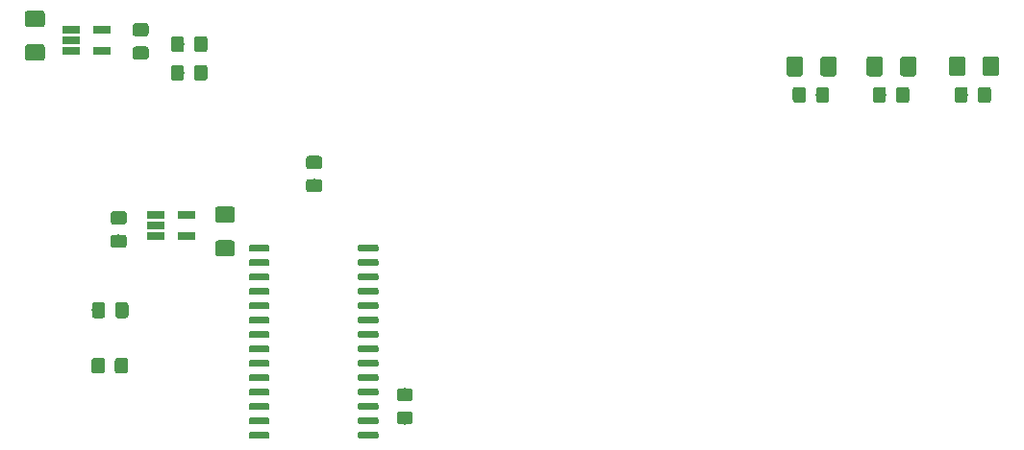
<source format=gtp>
G04 #@! TF.GenerationSoftware,KiCad,Pcbnew,(5.1.2)-1*
G04 #@! TF.CreationDate,2022-03-08T00:19:59-05:00*
G04 #@! TF.ProjectId,telemetry_transmitter,74656c65-6d65-4747-9279-5f7472616e73,rev?*
G04 #@! TF.SameCoordinates,Original*
G04 #@! TF.FileFunction,Paste,Top*
G04 #@! TF.FilePolarity,Positive*
%FSLAX46Y46*%
G04 Gerber Fmt 4.6, Leading zero omitted, Abs format (unit mm)*
G04 Created by KiCad (PCBNEW (5.1.2)-1) date 2022-03-08 00:19:59*
%MOMM*%
%LPD*%
G04 APERTURE LIST*
%ADD10C,0.100000*%
%ADD11C,1.425000*%
%ADD12C,1.150000*%
%ADD13R,1.560000X0.650000*%
%ADD14C,0.600000*%
G04 APERTURE END LIST*
D10*
G36*
X186809524Y-76630444D02*
G01*
X186833793Y-76634044D01*
X186857591Y-76640005D01*
X186880691Y-76648270D01*
X186902869Y-76658760D01*
X186923913Y-76671373D01*
X186943618Y-76685987D01*
X186961797Y-76702463D01*
X186978273Y-76720642D01*
X186992887Y-76740347D01*
X187005500Y-76761391D01*
X187015990Y-76783569D01*
X187024255Y-76806669D01*
X187030216Y-76830467D01*
X187033816Y-76854736D01*
X187035020Y-76879240D01*
X187035020Y-78129240D01*
X187033816Y-78153744D01*
X187030216Y-78178013D01*
X187024255Y-78201811D01*
X187015990Y-78224911D01*
X187005500Y-78247089D01*
X186992887Y-78268133D01*
X186978273Y-78287838D01*
X186961797Y-78306017D01*
X186943618Y-78322493D01*
X186923913Y-78337107D01*
X186902869Y-78349720D01*
X186880691Y-78360210D01*
X186857591Y-78368475D01*
X186833793Y-78374436D01*
X186809524Y-78378036D01*
X186785020Y-78379240D01*
X185860020Y-78379240D01*
X185835516Y-78378036D01*
X185811247Y-78374436D01*
X185787449Y-78368475D01*
X185764349Y-78360210D01*
X185742171Y-78349720D01*
X185721127Y-78337107D01*
X185701422Y-78322493D01*
X185683243Y-78306017D01*
X185666767Y-78287838D01*
X185652153Y-78268133D01*
X185639540Y-78247089D01*
X185629050Y-78224911D01*
X185620785Y-78201811D01*
X185614824Y-78178013D01*
X185611224Y-78153744D01*
X185610020Y-78129240D01*
X185610020Y-76879240D01*
X185611224Y-76854736D01*
X185614824Y-76830467D01*
X185620785Y-76806669D01*
X185629050Y-76783569D01*
X185639540Y-76761391D01*
X185652153Y-76740347D01*
X185666767Y-76720642D01*
X185683243Y-76702463D01*
X185701422Y-76685987D01*
X185721127Y-76671373D01*
X185742171Y-76658760D01*
X185764349Y-76648270D01*
X185787449Y-76640005D01*
X185811247Y-76634044D01*
X185835516Y-76630444D01*
X185860020Y-76629240D01*
X186785020Y-76629240D01*
X186809524Y-76630444D01*
X186809524Y-76630444D01*
G37*
D11*
X186322520Y-77504240D03*
D10*
G36*
X189784524Y-76630444D02*
G01*
X189808793Y-76634044D01*
X189832591Y-76640005D01*
X189855691Y-76648270D01*
X189877869Y-76658760D01*
X189898913Y-76671373D01*
X189918618Y-76685987D01*
X189936797Y-76702463D01*
X189953273Y-76720642D01*
X189967887Y-76740347D01*
X189980500Y-76761391D01*
X189990990Y-76783569D01*
X189999255Y-76806669D01*
X190005216Y-76830467D01*
X190008816Y-76854736D01*
X190010020Y-76879240D01*
X190010020Y-78129240D01*
X190008816Y-78153744D01*
X190005216Y-78178013D01*
X189999255Y-78201811D01*
X189990990Y-78224911D01*
X189980500Y-78247089D01*
X189967887Y-78268133D01*
X189953273Y-78287838D01*
X189936797Y-78306017D01*
X189918618Y-78322493D01*
X189898913Y-78337107D01*
X189877869Y-78349720D01*
X189855691Y-78360210D01*
X189832591Y-78368475D01*
X189808793Y-78374436D01*
X189784524Y-78378036D01*
X189760020Y-78379240D01*
X188835020Y-78379240D01*
X188810516Y-78378036D01*
X188786247Y-78374436D01*
X188762449Y-78368475D01*
X188739349Y-78360210D01*
X188717171Y-78349720D01*
X188696127Y-78337107D01*
X188676422Y-78322493D01*
X188658243Y-78306017D01*
X188641767Y-78287838D01*
X188627153Y-78268133D01*
X188614540Y-78247089D01*
X188604050Y-78224911D01*
X188595785Y-78201811D01*
X188589824Y-78178013D01*
X188586224Y-78153744D01*
X188585020Y-78129240D01*
X188585020Y-76879240D01*
X188586224Y-76854736D01*
X188589824Y-76830467D01*
X188595785Y-76806669D01*
X188604050Y-76783569D01*
X188614540Y-76761391D01*
X188627153Y-76740347D01*
X188641767Y-76720642D01*
X188658243Y-76702463D01*
X188676422Y-76685987D01*
X188696127Y-76671373D01*
X188717171Y-76658760D01*
X188739349Y-76648270D01*
X188762449Y-76640005D01*
X188786247Y-76634044D01*
X188810516Y-76630444D01*
X188835020Y-76629240D01*
X189760020Y-76629240D01*
X189784524Y-76630444D01*
X189784524Y-76630444D01*
G37*
D11*
X189297520Y-77504240D03*
D10*
G36*
X201120824Y-76608204D02*
G01*
X201145093Y-76611804D01*
X201168891Y-76617765D01*
X201191991Y-76626030D01*
X201214169Y-76636520D01*
X201235213Y-76649133D01*
X201254918Y-76663747D01*
X201273097Y-76680223D01*
X201289573Y-76698402D01*
X201304187Y-76718107D01*
X201316800Y-76739151D01*
X201327290Y-76761329D01*
X201335555Y-76784429D01*
X201341516Y-76808227D01*
X201345116Y-76832496D01*
X201346320Y-76857000D01*
X201346320Y-78107000D01*
X201345116Y-78131504D01*
X201341516Y-78155773D01*
X201335555Y-78179571D01*
X201327290Y-78202671D01*
X201316800Y-78224849D01*
X201304187Y-78245893D01*
X201289573Y-78265598D01*
X201273097Y-78283777D01*
X201254918Y-78300253D01*
X201235213Y-78314867D01*
X201214169Y-78327480D01*
X201191991Y-78337970D01*
X201168891Y-78346235D01*
X201145093Y-78352196D01*
X201120824Y-78355796D01*
X201096320Y-78357000D01*
X200171320Y-78357000D01*
X200146816Y-78355796D01*
X200122547Y-78352196D01*
X200098749Y-78346235D01*
X200075649Y-78337970D01*
X200053471Y-78327480D01*
X200032427Y-78314867D01*
X200012722Y-78300253D01*
X199994543Y-78283777D01*
X199978067Y-78265598D01*
X199963453Y-78245893D01*
X199950840Y-78224849D01*
X199940350Y-78202671D01*
X199932085Y-78179571D01*
X199926124Y-78155773D01*
X199922524Y-78131504D01*
X199921320Y-78107000D01*
X199921320Y-76857000D01*
X199922524Y-76832496D01*
X199926124Y-76808227D01*
X199932085Y-76784429D01*
X199940350Y-76761329D01*
X199950840Y-76739151D01*
X199963453Y-76718107D01*
X199978067Y-76698402D01*
X199994543Y-76680223D01*
X200012722Y-76663747D01*
X200032427Y-76649133D01*
X200053471Y-76636520D01*
X200075649Y-76626030D01*
X200098749Y-76617765D01*
X200122547Y-76611804D01*
X200146816Y-76608204D01*
X200171320Y-76607000D01*
X201096320Y-76607000D01*
X201120824Y-76608204D01*
X201120824Y-76608204D01*
G37*
D11*
X200633820Y-77482000D03*
D10*
G36*
X204095824Y-76608204D02*
G01*
X204120093Y-76611804D01*
X204143891Y-76617765D01*
X204166991Y-76626030D01*
X204189169Y-76636520D01*
X204210213Y-76649133D01*
X204229918Y-76663747D01*
X204248097Y-76680223D01*
X204264573Y-76698402D01*
X204279187Y-76718107D01*
X204291800Y-76739151D01*
X204302290Y-76761329D01*
X204310555Y-76784429D01*
X204316516Y-76808227D01*
X204320116Y-76832496D01*
X204321320Y-76857000D01*
X204321320Y-78107000D01*
X204320116Y-78131504D01*
X204316516Y-78155773D01*
X204310555Y-78179571D01*
X204302290Y-78202671D01*
X204291800Y-78224849D01*
X204279187Y-78245893D01*
X204264573Y-78265598D01*
X204248097Y-78283777D01*
X204229918Y-78300253D01*
X204210213Y-78314867D01*
X204189169Y-78327480D01*
X204166991Y-78337970D01*
X204143891Y-78346235D01*
X204120093Y-78352196D01*
X204095824Y-78355796D01*
X204071320Y-78357000D01*
X203146320Y-78357000D01*
X203121816Y-78355796D01*
X203097547Y-78352196D01*
X203073749Y-78346235D01*
X203050649Y-78337970D01*
X203028471Y-78327480D01*
X203007427Y-78314867D01*
X202987722Y-78300253D01*
X202969543Y-78283777D01*
X202953067Y-78265598D01*
X202938453Y-78245893D01*
X202925840Y-78224849D01*
X202915350Y-78202671D01*
X202907085Y-78179571D01*
X202901124Y-78155773D01*
X202897524Y-78131504D01*
X202896320Y-78107000D01*
X202896320Y-76857000D01*
X202897524Y-76832496D01*
X202901124Y-76808227D01*
X202907085Y-76784429D01*
X202915350Y-76761329D01*
X202925840Y-76739151D01*
X202938453Y-76718107D01*
X202953067Y-76698402D01*
X202969543Y-76680223D01*
X202987722Y-76663747D01*
X203007427Y-76649133D01*
X203028471Y-76636520D01*
X203050649Y-76626030D01*
X203073749Y-76617765D01*
X203097547Y-76611804D01*
X203121816Y-76608204D01*
X203146320Y-76607000D01*
X204071320Y-76607000D01*
X204095824Y-76608204D01*
X204095824Y-76608204D01*
G37*
D11*
X203608820Y-77482000D03*
D10*
G36*
X193846264Y-76630444D02*
G01*
X193870533Y-76634044D01*
X193894331Y-76640005D01*
X193917431Y-76648270D01*
X193939609Y-76658760D01*
X193960653Y-76671373D01*
X193980358Y-76685987D01*
X193998537Y-76702463D01*
X194015013Y-76720642D01*
X194029627Y-76740347D01*
X194042240Y-76761391D01*
X194052730Y-76783569D01*
X194060995Y-76806669D01*
X194066956Y-76830467D01*
X194070556Y-76854736D01*
X194071760Y-76879240D01*
X194071760Y-78129240D01*
X194070556Y-78153744D01*
X194066956Y-78178013D01*
X194060995Y-78201811D01*
X194052730Y-78224911D01*
X194042240Y-78247089D01*
X194029627Y-78268133D01*
X194015013Y-78287838D01*
X193998537Y-78306017D01*
X193980358Y-78322493D01*
X193960653Y-78337107D01*
X193939609Y-78349720D01*
X193917431Y-78360210D01*
X193894331Y-78368475D01*
X193870533Y-78374436D01*
X193846264Y-78378036D01*
X193821760Y-78379240D01*
X192896760Y-78379240D01*
X192872256Y-78378036D01*
X192847987Y-78374436D01*
X192824189Y-78368475D01*
X192801089Y-78360210D01*
X192778911Y-78349720D01*
X192757867Y-78337107D01*
X192738162Y-78322493D01*
X192719983Y-78306017D01*
X192703507Y-78287838D01*
X192688893Y-78268133D01*
X192676280Y-78247089D01*
X192665790Y-78224911D01*
X192657525Y-78201811D01*
X192651564Y-78178013D01*
X192647964Y-78153744D01*
X192646760Y-78129240D01*
X192646760Y-76879240D01*
X192647964Y-76854736D01*
X192651564Y-76830467D01*
X192657525Y-76806669D01*
X192665790Y-76783569D01*
X192676280Y-76761391D01*
X192688893Y-76740347D01*
X192703507Y-76720642D01*
X192719983Y-76702463D01*
X192738162Y-76685987D01*
X192757867Y-76671373D01*
X192778911Y-76658760D01*
X192801089Y-76648270D01*
X192824189Y-76640005D01*
X192847987Y-76634044D01*
X192872256Y-76630444D01*
X192896760Y-76629240D01*
X193821760Y-76629240D01*
X193846264Y-76630444D01*
X193846264Y-76630444D01*
G37*
D11*
X193359260Y-77504240D03*
D10*
G36*
X196821264Y-76630444D02*
G01*
X196845533Y-76634044D01*
X196869331Y-76640005D01*
X196892431Y-76648270D01*
X196914609Y-76658760D01*
X196935653Y-76671373D01*
X196955358Y-76685987D01*
X196973537Y-76702463D01*
X196990013Y-76720642D01*
X197004627Y-76740347D01*
X197017240Y-76761391D01*
X197027730Y-76783569D01*
X197035995Y-76806669D01*
X197041956Y-76830467D01*
X197045556Y-76854736D01*
X197046760Y-76879240D01*
X197046760Y-78129240D01*
X197045556Y-78153744D01*
X197041956Y-78178013D01*
X197035995Y-78201811D01*
X197027730Y-78224911D01*
X197017240Y-78247089D01*
X197004627Y-78268133D01*
X196990013Y-78287838D01*
X196973537Y-78306017D01*
X196955358Y-78322493D01*
X196935653Y-78337107D01*
X196914609Y-78349720D01*
X196892431Y-78360210D01*
X196869331Y-78368475D01*
X196845533Y-78374436D01*
X196821264Y-78378036D01*
X196796760Y-78379240D01*
X195871760Y-78379240D01*
X195847256Y-78378036D01*
X195822987Y-78374436D01*
X195799189Y-78368475D01*
X195776089Y-78360210D01*
X195753911Y-78349720D01*
X195732867Y-78337107D01*
X195713162Y-78322493D01*
X195694983Y-78306017D01*
X195678507Y-78287838D01*
X195663893Y-78268133D01*
X195651280Y-78247089D01*
X195640790Y-78224911D01*
X195632525Y-78201811D01*
X195626564Y-78178013D01*
X195622964Y-78153744D01*
X195621760Y-78129240D01*
X195621760Y-76879240D01*
X195622964Y-76854736D01*
X195626564Y-76830467D01*
X195632525Y-76806669D01*
X195640790Y-76783569D01*
X195651280Y-76761391D01*
X195663893Y-76740347D01*
X195678507Y-76720642D01*
X195694983Y-76702463D01*
X195713162Y-76685987D01*
X195732867Y-76671373D01*
X195753911Y-76658760D01*
X195776089Y-76648270D01*
X195799189Y-76640005D01*
X195822987Y-76634044D01*
X195847256Y-76630444D01*
X195871760Y-76629240D01*
X196796760Y-76629240D01*
X196821264Y-76630444D01*
X196821264Y-76630444D01*
G37*
D11*
X196334260Y-77504240D03*
D10*
G36*
X201332905Y-79311204D02*
G01*
X201357173Y-79314804D01*
X201380972Y-79320765D01*
X201404071Y-79329030D01*
X201426250Y-79339520D01*
X201447293Y-79352132D01*
X201466999Y-79366747D01*
X201485177Y-79383223D01*
X201501653Y-79401401D01*
X201516268Y-79421107D01*
X201528880Y-79442150D01*
X201539370Y-79464329D01*
X201547635Y-79487428D01*
X201553596Y-79511227D01*
X201557196Y-79535495D01*
X201558400Y-79559999D01*
X201558400Y-80460001D01*
X201557196Y-80484505D01*
X201553596Y-80508773D01*
X201547635Y-80532572D01*
X201539370Y-80555671D01*
X201528880Y-80577850D01*
X201516268Y-80598893D01*
X201501653Y-80618599D01*
X201485177Y-80636777D01*
X201466999Y-80653253D01*
X201447293Y-80667868D01*
X201426250Y-80680480D01*
X201404071Y-80690970D01*
X201380972Y-80699235D01*
X201357173Y-80705196D01*
X201332905Y-80708796D01*
X201308401Y-80710000D01*
X200658399Y-80710000D01*
X200633895Y-80708796D01*
X200609627Y-80705196D01*
X200585828Y-80699235D01*
X200562729Y-80690970D01*
X200540550Y-80680480D01*
X200519507Y-80667868D01*
X200499801Y-80653253D01*
X200481623Y-80636777D01*
X200465147Y-80618599D01*
X200450532Y-80598893D01*
X200437920Y-80577850D01*
X200427430Y-80555671D01*
X200419165Y-80532572D01*
X200413204Y-80508773D01*
X200409604Y-80484505D01*
X200408400Y-80460001D01*
X200408400Y-79559999D01*
X200409604Y-79535495D01*
X200413204Y-79511227D01*
X200419165Y-79487428D01*
X200427430Y-79464329D01*
X200437920Y-79442150D01*
X200450532Y-79421107D01*
X200465147Y-79401401D01*
X200481623Y-79383223D01*
X200499801Y-79366747D01*
X200519507Y-79352132D01*
X200540550Y-79339520D01*
X200562729Y-79329030D01*
X200585828Y-79320765D01*
X200609627Y-79314804D01*
X200633895Y-79311204D01*
X200658399Y-79310000D01*
X201308401Y-79310000D01*
X201332905Y-79311204D01*
X201332905Y-79311204D01*
G37*
D12*
X200983400Y-80010000D03*
D10*
G36*
X203382905Y-79311204D02*
G01*
X203407173Y-79314804D01*
X203430972Y-79320765D01*
X203454071Y-79329030D01*
X203476250Y-79339520D01*
X203497293Y-79352132D01*
X203516999Y-79366747D01*
X203535177Y-79383223D01*
X203551653Y-79401401D01*
X203566268Y-79421107D01*
X203578880Y-79442150D01*
X203589370Y-79464329D01*
X203597635Y-79487428D01*
X203603596Y-79511227D01*
X203607196Y-79535495D01*
X203608400Y-79559999D01*
X203608400Y-80460001D01*
X203607196Y-80484505D01*
X203603596Y-80508773D01*
X203597635Y-80532572D01*
X203589370Y-80555671D01*
X203578880Y-80577850D01*
X203566268Y-80598893D01*
X203551653Y-80618599D01*
X203535177Y-80636777D01*
X203516999Y-80653253D01*
X203497293Y-80667868D01*
X203476250Y-80680480D01*
X203454071Y-80690970D01*
X203430972Y-80699235D01*
X203407173Y-80705196D01*
X203382905Y-80708796D01*
X203358401Y-80710000D01*
X202708399Y-80710000D01*
X202683895Y-80708796D01*
X202659627Y-80705196D01*
X202635828Y-80699235D01*
X202612729Y-80690970D01*
X202590550Y-80680480D01*
X202569507Y-80667868D01*
X202549801Y-80653253D01*
X202531623Y-80636777D01*
X202515147Y-80618599D01*
X202500532Y-80598893D01*
X202487920Y-80577850D01*
X202477430Y-80555671D01*
X202469165Y-80532572D01*
X202463204Y-80508773D01*
X202459604Y-80484505D01*
X202458400Y-80460001D01*
X202458400Y-79559999D01*
X202459604Y-79535495D01*
X202463204Y-79511227D01*
X202469165Y-79487428D01*
X202477430Y-79464329D01*
X202487920Y-79442150D01*
X202500532Y-79421107D01*
X202515147Y-79401401D01*
X202531623Y-79383223D01*
X202549801Y-79366747D01*
X202569507Y-79352132D01*
X202590550Y-79339520D01*
X202612729Y-79329030D01*
X202635828Y-79320765D01*
X202659627Y-79314804D01*
X202683895Y-79311204D01*
X202708399Y-79310000D01*
X203358401Y-79310000D01*
X203382905Y-79311204D01*
X203382905Y-79311204D01*
G37*
D12*
X203033400Y-80010000D03*
D10*
G36*
X187079585Y-79311204D02*
G01*
X187103853Y-79314804D01*
X187127652Y-79320765D01*
X187150751Y-79329030D01*
X187172930Y-79339520D01*
X187193973Y-79352132D01*
X187213679Y-79366747D01*
X187231857Y-79383223D01*
X187248333Y-79401401D01*
X187262948Y-79421107D01*
X187275560Y-79442150D01*
X187286050Y-79464329D01*
X187294315Y-79487428D01*
X187300276Y-79511227D01*
X187303876Y-79535495D01*
X187305080Y-79559999D01*
X187305080Y-80460001D01*
X187303876Y-80484505D01*
X187300276Y-80508773D01*
X187294315Y-80532572D01*
X187286050Y-80555671D01*
X187275560Y-80577850D01*
X187262948Y-80598893D01*
X187248333Y-80618599D01*
X187231857Y-80636777D01*
X187213679Y-80653253D01*
X187193973Y-80667868D01*
X187172930Y-80680480D01*
X187150751Y-80690970D01*
X187127652Y-80699235D01*
X187103853Y-80705196D01*
X187079585Y-80708796D01*
X187055081Y-80710000D01*
X186405079Y-80710000D01*
X186380575Y-80708796D01*
X186356307Y-80705196D01*
X186332508Y-80699235D01*
X186309409Y-80690970D01*
X186287230Y-80680480D01*
X186266187Y-80667868D01*
X186246481Y-80653253D01*
X186228303Y-80636777D01*
X186211827Y-80618599D01*
X186197212Y-80598893D01*
X186184600Y-80577850D01*
X186174110Y-80555671D01*
X186165845Y-80532572D01*
X186159884Y-80508773D01*
X186156284Y-80484505D01*
X186155080Y-80460001D01*
X186155080Y-79559999D01*
X186156284Y-79535495D01*
X186159884Y-79511227D01*
X186165845Y-79487428D01*
X186174110Y-79464329D01*
X186184600Y-79442150D01*
X186197212Y-79421107D01*
X186211827Y-79401401D01*
X186228303Y-79383223D01*
X186246481Y-79366747D01*
X186266187Y-79352132D01*
X186287230Y-79339520D01*
X186309409Y-79329030D01*
X186332508Y-79320765D01*
X186356307Y-79314804D01*
X186380575Y-79311204D01*
X186405079Y-79310000D01*
X187055081Y-79310000D01*
X187079585Y-79311204D01*
X187079585Y-79311204D01*
G37*
D12*
X186730080Y-80010000D03*
D10*
G36*
X189129585Y-79311204D02*
G01*
X189153853Y-79314804D01*
X189177652Y-79320765D01*
X189200751Y-79329030D01*
X189222930Y-79339520D01*
X189243973Y-79352132D01*
X189263679Y-79366747D01*
X189281857Y-79383223D01*
X189298333Y-79401401D01*
X189312948Y-79421107D01*
X189325560Y-79442150D01*
X189336050Y-79464329D01*
X189344315Y-79487428D01*
X189350276Y-79511227D01*
X189353876Y-79535495D01*
X189355080Y-79559999D01*
X189355080Y-80460001D01*
X189353876Y-80484505D01*
X189350276Y-80508773D01*
X189344315Y-80532572D01*
X189336050Y-80555671D01*
X189325560Y-80577850D01*
X189312948Y-80598893D01*
X189298333Y-80618599D01*
X189281857Y-80636777D01*
X189263679Y-80653253D01*
X189243973Y-80667868D01*
X189222930Y-80680480D01*
X189200751Y-80690970D01*
X189177652Y-80699235D01*
X189153853Y-80705196D01*
X189129585Y-80708796D01*
X189105081Y-80710000D01*
X188455079Y-80710000D01*
X188430575Y-80708796D01*
X188406307Y-80705196D01*
X188382508Y-80699235D01*
X188359409Y-80690970D01*
X188337230Y-80680480D01*
X188316187Y-80667868D01*
X188296481Y-80653253D01*
X188278303Y-80636777D01*
X188261827Y-80618599D01*
X188247212Y-80598893D01*
X188234600Y-80577850D01*
X188224110Y-80555671D01*
X188215845Y-80532572D01*
X188209884Y-80508773D01*
X188206284Y-80484505D01*
X188205080Y-80460001D01*
X188205080Y-79559999D01*
X188206284Y-79535495D01*
X188209884Y-79511227D01*
X188215845Y-79487428D01*
X188224110Y-79464329D01*
X188234600Y-79442150D01*
X188247212Y-79421107D01*
X188261827Y-79401401D01*
X188278303Y-79383223D01*
X188296481Y-79366747D01*
X188316187Y-79352132D01*
X188337230Y-79339520D01*
X188359409Y-79329030D01*
X188382508Y-79320765D01*
X188406307Y-79314804D01*
X188430575Y-79311204D01*
X188455079Y-79310000D01*
X189105081Y-79310000D01*
X189129585Y-79311204D01*
X189129585Y-79311204D01*
G37*
D12*
X188780080Y-80010000D03*
D10*
G36*
X194133505Y-79311204D02*
G01*
X194157773Y-79314804D01*
X194181572Y-79320765D01*
X194204671Y-79329030D01*
X194226850Y-79339520D01*
X194247893Y-79352132D01*
X194267599Y-79366747D01*
X194285777Y-79383223D01*
X194302253Y-79401401D01*
X194316868Y-79421107D01*
X194329480Y-79442150D01*
X194339970Y-79464329D01*
X194348235Y-79487428D01*
X194354196Y-79511227D01*
X194357796Y-79535495D01*
X194359000Y-79559999D01*
X194359000Y-80460001D01*
X194357796Y-80484505D01*
X194354196Y-80508773D01*
X194348235Y-80532572D01*
X194339970Y-80555671D01*
X194329480Y-80577850D01*
X194316868Y-80598893D01*
X194302253Y-80618599D01*
X194285777Y-80636777D01*
X194267599Y-80653253D01*
X194247893Y-80667868D01*
X194226850Y-80680480D01*
X194204671Y-80690970D01*
X194181572Y-80699235D01*
X194157773Y-80705196D01*
X194133505Y-80708796D01*
X194109001Y-80710000D01*
X193458999Y-80710000D01*
X193434495Y-80708796D01*
X193410227Y-80705196D01*
X193386428Y-80699235D01*
X193363329Y-80690970D01*
X193341150Y-80680480D01*
X193320107Y-80667868D01*
X193300401Y-80653253D01*
X193282223Y-80636777D01*
X193265747Y-80618599D01*
X193251132Y-80598893D01*
X193238520Y-80577850D01*
X193228030Y-80555671D01*
X193219765Y-80532572D01*
X193213804Y-80508773D01*
X193210204Y-80484505D01*
X193209000Y-80460001D01*
X193209000Y-79559999D01*
X193210204Y-79535495D01*
X193213804Y-79511227D01*
X193219765Y-79487428D01*
X193228030Y-79464329D01*
X193238520Y-79442150D01*
X193251132Y-79421107D01*
X193265747Y-79401401D01*
X193282223Y-79383223D01*
X193300401Y-79366747D01*
X193320107Y-79352132D01*
X193341150Y-79339520D01*
X193363329Y-79329030D01*
X193386428Y-79320765D01*
X193410227Y-79314804D01*
X193434495Y-79311204D01*
X193458999Y-79310000D01*
X194109001Y-79310000D01*
X194133505Y-79311204D01*
X194133505Y-79311204D01*
G37*
D12*
X193784000Y-80010000D03*
D10*
G36*
X196183505Y-79311204D02*
G01*
X196207773Y-79314804D01*
X196231572Y-79320765D01*
X196254671Y-79329030D01*
X196276850Y-79339520D01*
X196297893Y-79352132D01*
X196317599Y-79366747D01*
X196335777Y-79383223D01*
X196352253Y-79401401D01*
X196366868Y-79421107D01*
X196379480Y-79442150D01*
X196389970Y-79464329D01*
X196398235Y-79487428D01*
X196404196Y-79511227D01*
X196407796Y-79535495D01*
X196409000Y-79559999D01*
X196409000Y-80460001D01*
X196407796Y-80484505D01*
X196404196Y-80508773D01*
X196398235Y-80532572D01*
X196389970Y-80555671D01*
X196379480Y-80577850D01*
X196366868Y-80598893D01*
X196352253Y-80618599D01*
X196335777Y-80636777D01*
X196317599Y-80653253D01*
X196297893Y-80667868D01*
X196276850Y-80680480D01*
X196254671Y-80690970D01*
X196231572Y-80699235D01*
X196207773Y-80705196D01*
X196183505Y-80708796D01*
X196159001Y-80710000D01*
X195508999Y-80710000D01*
X195484495Y-80708796D01*
X195460227Y-80705196D01*
X195436428Y-80699235D01*
X195413329Y-80690970D01*
X195391150Y-80680480D01*
X195370107Y-80667868D01*
X195350401Y-80653253D01*
X195332223Y-80636777D01*
X195315747Y-80618599D01*
X195301132Y-80598893D01*
X195288520Y-80577850D01*
X195278030Y-80555671D01*
X195269765Y-80532572D01*
X195263804Y-80508773D01*
X195260204Y-80484505D01*
X195259000Y-80460001D01*
X195259000Y-79559999D01*
X195260204Y-79535495D01*
X195263804Y-79511227D01*
X195269765Y-79487428D01*
X195278030Y-79464329D01*
X195288520Y-79442150D01*
X195301132Y-79421107D01*
X195315747Y-79401401D01*
X195332223Y-79383223D01*
X195350401Y-79366747D01*
X195370107Y-79352132D01*
X195391150Y-79339520D01*
X195413329Y-79329030D01*
X195436428Y-79320765D01*
X195460227Y-79314804D01*
X195484495Y-79311204D01*
X195508999Y-79310000D01*
X196159001Y-79310000D01*
X196183505Y-79311204D01*
X196183505Y-79311204D01*
G37*
D12*
X195834000Y-80010000D03*
D13*
X125352800Y-74254320D03*
X125352800Y-76154320D03*
X122652800Y-76154320D03*
X122652800Y-75204320D03*
X122652800Y-74254320D03*
X132803880Y-90576320D03*
X132803880Y-92476320D03*
X130103880Y-92476320D03*
X130103880Y-91526320D03*
X130103880Y-90576320D03*
D10*
G36*
X149533423Y-93248922D02*
G01*
X149547984Y-93251082D01*
X149562263Y-93254659D01*
X149576123Y-93259618D01*
X149589430Y-93265912D01*
X149602056Y-93273480D01*
X149613879Y-93282248D01*
X149624786Y-93292134D01*
X149634672Y-93303041D01*
X149643440Y-93314864D01*
X149651008Y-93327490D01*
X149657302Y-93340797D01*
X149662261Y-93354657D01*
X149665838Y-93368936D01*
X149667998Y-93383497D01*
X149668720Y-93398200D01*
X149668720Y-93698200D01*
X149667998Y-93712903D01*
X149665838Y-93727464D01*
X149662261Y-93741743D01*
X149657302Y-93755603D01*
X149651008Y-93768910D01*
X149643440Y-93781536D01*
X149634672Y-93793359D01*
X149624786Y-93804266D01*
X149613879Y-93814152D01*
X149602056Y-93822920D01*
X149589430Y-93830488D01*
X149576123Y-93836782D01*
X149562263Y-93841741D01*
X149547984Y-93845318D01*
X149533423Y-93847478D01*
X149518720Y-93848200D01*
X148018720Y-93848200D01*
X148004017Y-93847478D01*
X147989456Y-93845318D01*
X147975177Y-93841741D01*
X147961317Y-93836782D01*
X147948010Y-93830488D01*
X147935384Y-93822920D01*
X147923561Y-93814152D01*
X147912654Y-93804266D01*
X147902768Y-93793359D01*
X147894000Y-93781536D01*
X147886432Y-93768910D01*
X147880138Y-93755603D01*
X147875179Y-93741743D01*
X147871602Y-93727464D01*
X147869442Y-93712903D01*
X147868720Y-93698200D01*
X147868720Y-93398200D01*
X147869442Y-93383497D01*
X147871602Y-93368936D01*
X147875179Y-93354657D01*
X147880138Y-93340797D01*
X147886432Y-93327490D01*
X147894000Y-93314864D01*
X147902768Y-93303041D01*
X147912654Y-93292134D01*
X147923561Y-93282248D01*
X147935384Y-93273480D01*
X147948010Y-93265912D01*
X147961317Y-93259618D01*
X147975177Y-93254659D01*
X147989456Y-93251082D01*
X148004017Y-93248922D01*
X148018720Y-93248200D01*
X149518720Y-93248200D01*
X149533423Y-93248922D01*
X149533423Y-93248922D01*
G37*
D14*
X148768720Y-93548200D03*
D10*
G36*
X149533423Y-94518922D02*
G01*
X149547984Y-94521082D01*
X149562263Y-94524659D01*
X149576123Y-94529618D01*
X149589430Y-94535912D01*
X149602056Y-94543480D01*
X149613879Y-94552248D01*
X149624786Y-94562134D01*
X149634672Y-94573041D01*
X149643440Y-94584864D01*
X149651008Y-94597490D01*
X149657302Y-94610797D01*
X149662261Y-94624657D01*
X149665838Y-94638936D01*
X149667998Y-94653497D01*
X149668720Y-94668200D01*
X149668720Y-94968200D01*
X149667998Y-94982903D01*
X149665838Y-94997464D01*
X149662261Y-95011743D01*
X149657302Y-95025603D01*
X149651008Y-95038910D01*
X149643440Y-95051536D01*
X149634672Y-95063359D01*
X149624786Y-95074266D01*
X149613879Y-95084152D01*
X149602056Y-95092920D01*
X149589430Y-95100488D01*
X149576123Y-95106782D01*
X149562263Y-95111741D01*
X149547984Y-95115318D01*
X149533423Y-95117478D01*
X149518720Y-95118200D01*
X148018720Y-95118200D01*
X148004017Y-95117478D01*
X147989456Y-95115318D01*
X147975177Y-95111741D01*
X147961317Y-95106782D01*
X147948010Y-95100488D01*
X147935384Y-95092920D01*
X147923561Y-95084152D01*
X147912654Y-95074266D01*
X147902768Y-95063359D01*
X147894000Y-95051536D01*
X147886432Y-95038910D01*
X147880138Y-95025603D01*
X147875179Y-95011743D01*
X147871602Y-94997464D01*
X147869442Y-94982903D01*
X147868720Y-94968200D01*
X147868720Y-94668200D01*
X147869442Y-94653497D01*
X147871602Y-94638936D01*
X147875179Y-94624657D01*
X147880138Y-94610797D01*
X147886432Y-94597490D01*
X147894000Y-94584864D01*
X147902768Y-94573041D01*
X147912654Y-94562134D01*
X147923561Y-94552248D01*
X147935384Y-94543480D01*
X147948010Y-94535912D01*
X147961317Y-94529618D01*
X147975177Y-94524659D01*
X147989456Y-94521082D01*
X148004017Y-94518922D01*
X148018720Y-94518200D01*
X149518720Y-94518200D01*
X149533423Y-94518922D01*
X149533423Y-94518922D01*
G37*
D14*
X148768720Y-94818200D03*
D10*
G36*
X149533423Y-95788922D02*
G01*
X149547984Y-95791082D01*
X149562263Y-95794659D01*
X149576123Y-95799618D01*
X149589430Y-95805912D01*
X149602056Y-95813480D01*
X149613879Y-95822248D01*
X149624786Y-95832134D01*
X149634672Y-95843041D01*
X149643440Y-95854864D01*
X149651008Y-95867490D01*
X149657302Y-95880797D01*
X149662261Y-95894657D01*
X149665838Y-95908936D01*
X149667998Y-95923497D01*
X149668720Y-95938200D01*
X149668720Y-96238200D01*
X149667998Y-96252903D01*
X149665838Y-96267464D01*
X149662261Y-96281743D01*
X149657302Y-96295603D01*
X149651008Y-96308910D01*
X149643440Y-96321536D01*
X149634672Y-96333359D01*
X149624786Y-96344266D01*
X149613879Y-96354152D01*
X149602056Y-96362920D01*
X149589430Y-96370488D01*
X149576123Y-96376782D01*
X149562263Y-96381741D01*
X149547984Y-96385318D01*
X149533423Y-96387478D01*
X149518720Y-96388200D01*
X148018720Y-96388200D01*
X148004017Y-96387478D01*
X147989456Y-96385318D01*
X147975177Y-96381741D01*
X147961317Y-96376782D01*
X147948010Y-96370488D01*
X147935384Y-96362920D01*
X147923561Y-96354152D01*
X147912654Y-96344266D01*
X147902768Y-96333359D01*
X147894000Y-96321536D01*
X147886432Y-96308910D01*
X147880138Y-96295603D01*
X147875179Y-96281743D01*
X147871602Y-96267464D01*
X147869442Y-96252903D01*
X147868720Y-96238200D01*
X147868720Y-95938200D01*
X147869442Y-95923497D01*
X147871602Y-95908936D01*
X147875179Y-95894657D01*
X147880138Y-95880797D01*
X147886432Y-95867490D01*
X147894000Y-95854864D01*
X147902768Y-95843041D01*
X147912654Y-95832134D01*
X147923561Y-95822248D01*
X147935384Y-95813480D01*
X147948010Y-95805912D01*
X147961317Y-95799618D01*
X147975177Y-95794659D01*
X147989456Y-95791082D01*
X148004017Y-95788922D01*
X148018720Y-95788200D01*
X149518720Y-95788200D01*
X149533423Y-95788922D01*
X149533423Y-95788922D01*
G37*
D14*
X148768720Y-96088200D03*
D10*
G36*
X149533423Y-97058922D02*
G01*
X149547984Y-97061082D01*
X149562263Y-97064659D01*
X149576123Y-97069618D01*
X149589430Y-97075912D01*
X149602056Y-97083480D01*
X149613879Y-97092248D01*
X149624786Y-97102134D01*
X149634672Y-97113041D01*
X149643440Y-97124864D01*
X149651008Y-97137490D01*
X149657302Y-97150797D01*
X149662261Y-97164657D01*
X149665838Y-97178936D01*
X149667998Y-97193497D01*
X149668720Y-97208200D01*
X149668720Y-97508200D01*
X149667998Y-97522903D01*
X149665838Y-97537464D01*
X149662261Y-97551743D01*
X149657302Y-97565603D01*
X149651008Y-97578910D01*
X149643440Y-97591536D01*
X149634672Y-97603359D01*
X149624786Y-97614266D01*
X149613879Y-97624152D01*
X149602056Y-97632920D01*
X149589430Y-97640488D01*
X149576123Y-97646782D01*
X149562263Y-97651741D01*
X149547984Y-97655318D01*
X149533423Y-97657478D01*
X149518720Y-97658200D01*
X148018720Y-97658200D01*
X148004017Y-97657478D01*
X147989456Y-97655318D01*
X147975177Y-97651741D01*
X147961317Y-97646782D01*
X147948010Y-97640488D01*
X147935384Y-97632920D01*
X147923561Y-97624152D01*
X147912654Y-97614266D01*
X147902768Y-97603359D01*
X147894000Y-97591536D01*
X147886432Y-97578910D01*
X147880138Y-97565603D01*
X147875179Y-97551743D01*
X147871602Y-97537464D01*
X147869442Y-97522903D01*
X147868720Y-97508200D01*
X147868720Y-97208200D01*
X147869442Y-97193497D01*
X147871602Y-97178936D01*
X147875179Y-97164657D01*
X147880138Y-97150797D01*
X147886432Y-97137490D01*
X147894000Y-97124864D01*
X147902768Y-97113041D01*
X147912654Y-97102134D01*
X147923561Y-97092248D01*
X147935384Y-97083480D01*
X147948010Y-97075912D01*
X147961317Y-97069618D01*
X147975177Y-97064659D01*
X147989456Y-97061082D01*
X148004017Y-97058922D01*
X148018720Y-97058200D01*
X149518720Y-97058200D01*
X149533423Y-97058922D01*
X149533423Y-97058922D01*
G37*
D14*
X148768720Y-97358200D03*
D10*
G36*
X149533423Y-98328922D02*
G01*
X149547984Y-98331082D01*
X149562263Y-98334659D01*
X149576123Y-98339618D01*
X149589430Y-98345912D01*
X149602056Y-98353480D01*
X149613879Y-98362248D01*
X149624786Y-98372134D01*
X149634672Y-98383041D01*
X149643440Y-98394864D01*
X149651008Y-98407490D01*
X149657302Y-98420797D01*
X149662261Y-98434657D01*
X149665838Y-98448936D01*
X149667998Y-98463497D01*
X149668720Y-98478200D01*
X149668720Y-98778200D01*
X149667998Y-98792903D01*
X149665838Y-98807464D01*
X149662261Y-98821743D01*
X149657302Y-98835603D01*
X149651008Y-98848910D01*
X149643440Y-98861536D01*
X149634672Y-98873359D01*
X149624786Y-98884266D01*
X149613879Y-98894152D01*
X149602056Y-98902920D01*
X149589430Y-98910488D01*
X149576123Y-98916782D01*
X149562263Y-98921741D01*
X149547984Y-98925318D01*
X149533423Y-98927478D01*
X149518720Y-98928200D01*
X148018720Y-98928200D01*
X148004017Y-98927478D01*
X147989456Y-98925318D01*
X147975177Y-98921741D01*
X147961317Y-98916782D01*
X147948010Y-98910488D01*
X147935384Y-98902920D01*
X147923561Y-98894152D01*
X147912654Y-98884266D01*
X147902768Y-98873359D01*
X147894000Y-98861536D01*
X147886432Y-98848910D01*
X147880138Y-98835603D01*
X147875179Y-98821743D01*
X147871602Y-98807464D01*
X147869442Y-98792903D01*
X147868720Y-98778200D01*
X147868720Y-98478200D01*
X147869442Y-98463497D01*
X147871602Y-98448936D01*
X147875179Y-98434657D01*
X147880138Y-98420797D01*
X147886432Y-98407490D01*
X147894000Y-98394864D01*
X147902768Y-98383041D01*
X147912654Y-98372134D01*
X147923561Y-98362248D01*
X147935384Y-98353480D01*
X147948010Y-98345912D01*
X147961317Y-98339618D01*
X147975177Y-98334659D01*
X147989456Y-98331082D01*
X148004017Y-98328922D01*
X148018720Y-98328200D01*
X149518720Y-98328200D01*
X149533423Y-98328922D01*
X149533423Y-98328922D01*
G37*
D14*
X148768720Y-98628200D03*
D10*
G36*
X149533423Y-99598922D02*
G01*
X149547984Y-99601082D01*
X149562263Y-99604659D01*
X149576123Y-99609618D01*
X149589430Y-99615912D01*
X149602056Y-99623480D01*
X149613879Y-99632248D01*
X149624786Y-99642134D01*
X149634672Y-99653041D01*
X149643440Y-99664864D01*
X149651008Y-99677490D01*
X149657302Y-99690797D01*
X149662261Y-99704657D01*
X149665838Y-99718936D01*
X149667998Y-99733497D01*
X149668720Y-99748200D01*
X149668720Y-100048200D01*
X149667998Y-100062903D01*
X149665838Y-100077464D01*
X149662261Y-100091743D01*
X149657302Y-100105603D01*
X149651008Y-100118910D01*
X149643440Y-100131536D01*
X149634672Y-100143359D01*
X149624786Y-100154266D01*
X149613879Y-100164152D01*
X149602056Y-100172920D01*
X149589430Y-100180488D01*
X149576123Y-100186782D01*
X149562263Y-100191741D01*
X149547984Y-100195318D01*
X149533423Y-100197478D01*
X149518720Y-100198200D01*
X148018720Y-100198200D01*
X148004017Y-100197478D01*
X147989456Y-100195318D01*
X147975177Y-100191741D01*
X147961317Y-100186782D01*
X147948010Y-100180488D01*
X147935384Y-100172920D01*
X147923561Y-100164152D01*
X147912654Y-100154266D01*
X147902768Y-100143359D01*
X147894000Y-100131536D01*
X147886432Y-100118910D01*
X147880138Y-100105603D01*
X147875179Y-100091743D01*
X147871602Y-100077464D01*
X147869442Y-100062903D01*
X147868720Y-100048200D01*
X147868720Y-99748200D01*
X147869442Y-99733497D01*
X147871602Y-99718936D01*
X147875179Y-99704657D01*
X147880138Y-99690797D01*
X147886432Y-99677490D01*
X147894000Y-99664864D01*
X147902768Y-99653041D01*
X147912654Y-99642134D01*
X147923561Y-99632248D01*
X147935384Y-99623480D01*
X147948010Y-99615912D01*
X147961317Y-99609618D01*
X147975177Y-99604659D01*
X147989456Y-99601082D01*
X148004017Y-99598922D01*
X148018720Y-99598200D01*
X149518720Y-99598200D01*
X149533423Y-99598922D01*
X149533423Y-99598922D01*
G37*
D14*
X148768720Y-99898200D03*
D10*
G36*
X149533423Y-100868922D02*
G01*
X149547984Y-100871082D01*
X149562263Y-100874659D01*
X149576123Y-100879618D01*
X149589430Y-100885912D01*
X149602056Y-100893480D01*
X149613879Y-100902248D01*
X149624786Y-100912134D01*
X149634672Y-100923041D01*
X149643440Y-100934864D01*
X149651008Y-100947490D01*
X149657302Y-100960797D01*
X149662261Y-100974657D01*
X149665838Y-100988936D01*
X149667998Y-101003497D01*
X149668720Y-101018200D01*
X149668720Y-101318200D01*
X149667998Y-101332903D01*
X149665838Y-101347464D01*
X149662261Y-101361743D01*
X149657302Y-101375603D01*
X149651008Y-101388910D01*
X149643440Y-101401536D01*
X149634672Y-101413359D01*
X149624786Y-101424266D01*
X149613879Y-101434152D01*
X149602056Y-101442920D01*
X149589430Y-101450488D01*
X149576123Y-101456782D01*
X149562263Y-101461741D01*
X149547984Y-101465318D01*
X149533423Y-101467478D01*
X149518720Y-101468200D01*
X148018720Y-101468200D01*
X148004017Y-101467478D01*
X147989456Y-101465318D01*
X147975177Y-101461741D01*
X147961317Y-101456782D01*
X147948010Y-101450488D01*
X147935384Y-101442920D01*
X147923561Y-101434152D01*
X147912654Y-101424266D01*
X147902768Y-101413359D01*
X147894000Y-101401536D01*
X147886432Y-101388910D01*
X147880138Y-101375603D01*
X147875179Y-101361743D01*
X147871602Y-101347464D01*
X147869442Y-101332903D01*
X147868720Y-101318200D01*
X147868720Y-101018200D01*
X147869442Y-101003497D01*
X147871602Y-100988936D01*
X147875179Y-100974657D01*
X147880138Y-100960797D01*
X147886432Y-100947490D01*
X147894000Y-100934864D01*
X147902768Y-100923041D01*
X147912654Y-100912134D01*
X147923561Y-100902248D01*
X147935384Y-100893480D01*
X147948010Y-100885912D01*
X147961317Y-100879618D01*
X147975177Y-100874659D01*
X147989456Y-100871082D01*
X148004017Y-100868922D01*
X148018720Y-100868200D01*
X149518720Y-100868200D01*
X149533423Y-100868922D01*
X149533423Y-100868922D01*
G37*
D14*
X148768720Y-101168200D03*
D10*
G36*
X149533423Y-102138922D02*
G01*
X149547984Y-102141082D01*
X149562263Y-102144659D01*
X149576123Y-102149618D01*
X149589430Y-102155912D01*
X149602056Y-102163480D01*
X149613879Y-102172248D01*
X149624786Y-102182134D01*
X149634672Y-102193041D01*
X149643440Y-102204864D01*
X149651008Y-102217490D01*
X149657302Y-102230797D01*
X149662261Y-102244657D01*
X149665838Y-102258936D01*
X149667998Y-102273497D01*
X149668720Y-102288200D01*
X149668720Y-102588200D01*
X149667998Y-102602903D01*
X149665838Y-102617464D01*
X149662261Y-102631743D01*
X149657302Y-102645603D01*
X149651008Y-102658910D01*
X149643440Y-102671536D01*
X149634672Y-102683359D01*
X149624786Y-102694266D01*
X149613879Y-102704152D01*
X149602056Y-102712920D01*
X149589430Y-102720488D01*
X149576123Y-102726782D01*
X149562263Y-102731741D01*
X149547984Y-102735318D01*
X149533423Y-102737478D01*
X149518720Y-102738200D01*
X148018720Y-102738200D01*
X148004017Y-102737478D01*
X147989456Y-102735318D01*
X147975177Y-102731741D01*
X147961317Y-102726782D01*
X147948010Y-102720488D01*
X147935384Y-102712920D01*
X147923561Y-102704152D01*
X147912654Y-102694266D01*
X147902768Y-102683359D01*
X147894000Y-102671536D01*
X147886432Y-102658910D01*
X147880138Y-102645603D01*
X147875179Y-102631743D01*
X147871602Y-102617464D01*
X147869442Y-102602903D01*
X147868720Y-102588200D01*
X147868720Y-102288200D01*
X147869442Y-102273497D01*
X147871602Y-102258936D01*
X147875179Y-102244657D01*
X147880138Y-102230797D01*
X147886432Y-102217490D01*
X147894000Y-102204864D01*
X147902768Y-102193041D01*
X147912654Y-102182134D01*
X147923561Y-102172248D01*
X147935384Y-102163480D01*
X147948010Y-102155912D01*
X147961317Y-102149618D01*
X147975177Y-102144659D01*
X147989456Y-102141082D01*
X148004017Y-102138922D01*
X148018720Y-102138200D01*
X149518720Y-102138200D01*
X149533423Y-102138922D01*
X149533423Y-102138922D01*
G37*
D14*
X148768720Y-102438200D03*
D10*
G36*
X149533423Y-103408922D02*
G01*
X149547984Y-103411082D01*
X149562263Y-103414659D01*
X149576123Y-103419618D01*
X149589430Y-103425912D01*
X149602056Y-103433480D01*
X149613879Y-103442248D01*
X149624786Y-103452134D01*
X149634672Y-103463041D01*
X149643440Y-103474864D01*
X149651008Y-103487490D01*
X149657302Y-103500797D01*
X149662261Y-103514657D01*
X149665838Y-103528936D01*
X149667998Y-103543497D01*
X149668720Y-103558200D01*
X149668720Y-103858200D01*
X149667998Y-103872903D01*
X149665838Y-103887464D01*
X149662261Y-103901743D01*
X149657302Y-103915603D01*
X149651008Y-103928910D01*
X149643440Y-103941536D01*
X149634672Y-103953359D01*
X149624786Y-103964266D01*
X149613879Y-103974152D01*
X149602056Y-103982920D01*
X149589430Y-103990488D01*
X149576123Y-103996782D01*
X149562263Y-104001741D01*
X149547984Y-104005318D01*
X149533423Y-104007478D01*
X149518720Y-104008200D01*
X148018720Y-104008200D01*
X148004017Y-104007478D01*
X147989456Y-104005318D01*
X147975177Y-104001741D01*
X147961317Y-103996782D01*
X147948010Y-103990488D01*
X147935384Y-103982920D01*
X147923561Y-103974152D01*
X147912654Y-103964266D01*
X147902768Y-103953359D01*
X147894000Y-103941536D01*
X147886432Y-103928910D01*
X147880138Y-103915603D01*
X147875179Y-103901743D01*
X147871602Y-103887464D01*
X147869442Y-103872903D01*
X147868720Y-103858200D01*
X147868720Y-103558200D01*
X147869442Y-103543497D01*
X147871602Y-103528936D01*
X147875179Y-103514657D01*
X147880138Y-103500797D01*
X147886432Y-103487490D01*
X147894000Y-103474864D01*
X147902768Y-103463041D01*
X147912654Y-103452134D01*
X147923561Y-103442248D01*
X147935384Y-103433480D01*
X147948010Y-103425912D01*
X147961317Y-103419618D01*
X147975177Y-103414659D01*
X147989456Y-103411082D01*
X148004017Y-103408922D01*
X148018720Y-103408200D01*
X149518720Y-103408200D01*
X149533423Y-103408922D01*
X149533423Y-103408922D01*
G37*
D14*
X148768720Y-103708200D03*
D10*
G36*
X149533423Y-104678922D02*
G01*
X149547984Y-104681082D01*
X149562263Y-104684659D01*
X149576123Y-104689618D01*
X149589430Y-104695912D01*
X149602056Y-104703480D01*
X149613879Y-104712248D01*
X149624786Y-104722134D01*
X149634672Y-104733041D01*
X149643440Y-104744864D01*
X149651008Y-104757490D01*
X149657302Y-104770797D01*
X149662261Y-104784657D01*
X149665838Y-104798936D01*
X149667998Y-104813497D01*
X149668720Y-104828200D01*
X149668720Y-105128200D01*
X149667998Y-105142903D01*
X149665838Y-105157464D01*
X149662261Y-105171743D01*
X149657302Y-105185603D01*
X149651008Y-105198910D01*
X149643440Y-105211536D01*
X149634672Y-105223359D01*
X149624786Y-105234266D01*
X149613879Y-105244152D01*
X149602056Y-105252920D01*
X149589430Y-105260488D01*
X149576123Y-105266782D01*
X149562263Y-105271741D01*
X149547984Y-105275318D01*
X149533423Y-105277478D01*
X149518720Y-105278200D01*
X148018720Y-105278200D01*
X148004017Y-105277478D01*
X147989456Y-105275318D01*
X147975177Y-105271741D01*
X147961317Y-105266782D01*
X147948010Y-105260488D01*
X147935384Y-105252920D01*
X147923561Y-105244152D01*
X147912654Y-105234266D01*
X147902768Y-105223359D01*
X147894000Y-105211536D01*
X147886432Y-105198910D01*
X147880138Y-105185603D01*
X147875179Y-105171743D01*
X147871602Y-105157464D01*
X147869442Y-105142903D01*
X147868720Y-105128200D01*
X147868720Y-104828200D01*
X147869442Y-104813497D01*
X147871602Y-104798936D01*
X147875179Y-104784657D01*
X147880138Y-104770797D01*
X147886432Y-104757490D01*
X147894000Y-104744864D01*
X147902768Y-104733041D01*
X147912654Y-104722134D01*
X147923561Y-104712248D01*
X147935384Y-104703480D01*
X147948010Y-104695912D01*
X147961317Y-104689618D01*
X147975177Y-104684659D01*
X147989456Y-104681082D01*
X148004017Y-104678922D01*
X148018720Y-104678200D01*
X149518720Y-104678200D01*
X149533423Y-104678922D01*
X149533423Y-104678922D01*
G37*
D14*
X148768720Y-104978200D03*
D10*
G36*
X149533423Y-105948922D02*
G01*
X149547984Y-105951082D01*
X149562263Y-105954659D01*
X149576123Y-105959618D01*
X149589430Y-105965912D01*
X149602056Y-105973480D01*
X149613879Y-105982248D01*
X149624786Y-105992134D01*
X149634672Y-106003041D01*
X149643440Y-106014864D01*
X149651008Y-106027490D01*
X149657302Y-106040797D01*
X149662261Y-106054657D01*
X149665838Y-106068936D01*
X149667998Y-106083497D01*
X149668720Y-106098200D01*
X149668720Y-106398200D01*
X149667998Y-106412903D01*
X149665838Y-106427464D01*
X149662261Y-106441743D01*
X149657302Y-106455603D01*
X149651008Y-106468910D01*
X149643440Y-106481536D01*
X149634672Y-106493359D01*
X149624786Y-106504266D01*
X149613879Y-106514152D01*
X149602056Y-106522920D01*
X149589430Y-106530488D01*
X149576123Y-106536782D01*
X149562263Y-106541741D01*
X149547984Y-106545318D01*
X149533423Y-106547478D01*
X149518720Y-106548200D01*
X148018720Y-106548200D01*
X148004017Y-106547478D01*
X147989456Y-106545318D01*
X147975177Y-106541741D01*
X147961317Y-106536782D01*
X147948010Y-106530488D01*
X147935384Y-106522920D01*
X147923561Y-106514152D01*
X147912654Y-106504266D01*
X147902768Y-106493359D01*
X147894000Y-106481536D01*
X147886432Y-106468910D01*
X147880138Y-106455603D01*
X147875179Y-106441743D01*
X147871602Y-106427464D01*
X147869442Y-106412903D01*
X147868720Y-106398200D01*
X147868720Y-106098200D01*
X147869442Y-106083497D01*
X147871602Y-106068936D01*
X147875179Y-106054657D01*
X147880138Y-106040797D01*
X147886432Y-106027490D01*
X147894000Y-106014864D01*
X147902768Y-106003041D01*
X147912654Y-105992134D01*
X147923561Y-105982248D01*
X147935384Y-105973480D01*
X147948010Y-105965912D01*
X147961317Y-105959618D01*
X147975177Y-105954659D01*
X147989456Y-105951082D01*
X148004017Y-105948922D01*
X148018720Y-105948200D01*
X149518720Y-105948200D01*
X149533423Y-105948922D01*
X149533423Y-105948922D01*
G37*
D14*
X148768720Y-106248200D03*
D10*
G36*
X149533423Y-107218922D02*
G01*
X149547984Y-107221082D01*
X149562263Y-107224659D01*
X149576123Y-107229618D01*
X149589430Y-107235912D01*
X149602056Y-107243480D01*
X149613879Y-107252248D01*
X149624786Y-107262134D01*
X149634672Y-107273041D01*
X149643440Y-107284864D01*
X149651008Y-107297490D01*
X149657302Y-107310797D01*
X149662261Y-107324657D01*
X149665838Y-107338936D01*
X149667998Y-107353497D01*
X149668720Y-107368200D01*
X149668720Y-107668200D01*
X149667998Y-107682903D01*
X149665838Y-107697464D01*
X149662261Y-107711743D01*
X149657302Y-107725603D01*
X149651008Y-107738910D01*
X149643440Y-107751536D01*
X149634672Y-107763359D01*
X149624786Y-107774266D01*
X149613879Y-107784152D01*
X149602056Y-107792920D01*
X149589430Y-107800488D01*
X149576123Y-107806782D01*
X149562263Y-107811741D01*
X149547984Y-107815318D01*
X149533423Y-107817478D01*
X149518720Y-107818200D01*
X148018720Y-107818200D01*
X148004017Y-107817478D01*
X147989456Y-107815318D01*
X147975177Y-107811741D01*
X147961317Y-107806782D01*
X147948010Y-107800488D01*
X147935384Y-107792920D01*
X147923561Y-107784152D01*
X147912654Y-107774266D01*
X147902768Y-107763359D01*
X147894000Y-107751536D01*
X147886432Y-107738910D01*
X147880138Y-107725603D01*
X147875179Y-107711743D01*
X147871602Y-107697464D01*
X147869442Y-107682903D01*
X147868720Y-107668200D01*
X147868720Y-107368200D01*
X147869442Y-107353497D01*
X147871602Y-107338936D01*
X147875179Y-107324657D01*
X147880138Y-107310797D01*
X147886432Y-107297490D01*
X147894000Y-107284864D01*
X147902768Y-107273041D01*
X147912654Y-107262134D01*
X147923561Y-107252248D01*
X147935384Y-107243480D01*
X147948010Y-107235912D01*
X147961317Y-107229618D01*
X147975177Y-107224659D01*
X147989456Y-107221082D01*
X148004017Y-107218922D01*
X148018720Y-107218200D01*
X149518720Y-107218200D01*
X149533423Y-107218922D01*
X149533423Y-107218922D01*
G37*
D14*
X148768720Y-107518200D03*
D10*
G36*
X149533423Y-108488922D02*
G01*
X149547984Y-108491082D01*
X149562263Y-108494659D01*
X149576123Y-108499618D01*
X149589430Y-108505912D01*
X149602056Y-108513480D01*
X149613879Y-108522248D01*
X149624786Y-108532134D01*
X149634672Y-108543041D01*
X149643440Y-108554864D01*
X149651008Y-108567490D01*
X149657302Y-108580797D01*
X149662261Y-108594657D01*
X149665838Y-108608936D01*
X149667998Y-108623497D01*
X149668720Y-108638200D01*
X149668720Y-108938200D01*
X149667998Y-108952903D01*
X149665838Y-108967464D01*
X149662261Y-108981743D01*
X149657302Y-108995603D01*
X149651008Y-109008910D01*
X149643440Y-109021536D01*
X149634672Y-109033359D01*
X149624786Y-109044266D01*
X149613879Y-109054152D01*
X149602056Y-109062920D01*
X149589430Y-109070488D01*
X149576123Y-109076782D01*
X149562263Y-109081741D01*
X149547984Y-109085318D01*
X149533423Y-109087478D01*
X149518720Y-109088200D01*
X148018720Y-109088200D01*
X148004017Y-109087478D01*
X147989456Y-109085318D01*
X147975177Y-109081741D01*
X147961317Y-109076782D01*
X147948010Y-109070488D01*
X147935384Y-109062920D01*
X147923561Y-109054152D01*
X147912654Y-109044266D01*
X147902768Y-109033359D01*
X147894000Y-109021536D01*
X147886432Y-109008910D01*
X147880138Y-108995603D01*
X147875179Y-108981743D01*
X147871602Y-108967464D01*
X147869442Y-108952903D01*
X147868720Y-108938200D01*
X147868720Y-108638200D01*
X147869442Y-108623497D01*
X147871602Y-108608936D01*
X147875179Y-108594657D01*
X147880138Y-108580797D01*
X147886432Y-108567490D01*
X147894000Y-108554864D01*
X147902768Y-108543041D01*
X147912654Y-108532134D01*
X147923561Y-108522248D01*
X147935384Y-108513480D01*
X147948010Y-108505912D01*
X147961317Y-108499618D01*
X147975177Y-108494659D01*
X147989456Y-108491082D01*
X148004017Y-108488922D01*
X148018720Y-108488200D01*
X149518720Y-108488200D01*
X149533423Y-108488922D01*
X149533423Y-108488922D01*
G37*
D14*
X148768720Y-108788200D03*
D10*
G36*
X149533423Y-109758922D02*
G01*
X149547984Y-109761082D01*
X149562263Y-109764659D01*
X149576123Y-109769618D01*
X149589430Y-109775912D01*
X149602056Y-109783480D01*
X149613879Y-109792248D01*
X149624786Y-109802134D01*
X149634672Y-109813041D01*
X149643440Y-109824864D01*
X149651008Y-109837490D01*
X149657302Y-109850797D01*
X149662261Y-109864657D01*
X149665838Y-109878936D01*
X149667998Y-109893497D01*
X149668720Y-109908200D01*
X149668720Y-110208200D01*
X149667998Y-110222903D01*
X149665838Y-110237464D01*
X149662261Y-110251743D01*
X149657302Y-110265603D01*
X149651008Y-110278910D01*
X149643440Y-110291536D01*
X149634672Y-110303359D01*
X149624786Y-110314266D01*
X149613879Y-110324152D01*
X149602056Y-110332920D01*
X149589430Y-110340488D01*
X149576123Y-110346782D01*
X149562263Y-110351741D01*
X149547984Y-110355318D01*
X149533423Y-110357478D01*
X149518720Y-110358200D01*
X148018720Y-110358200D01*
X148004017Y-110357478D01*
X147989456Y-110355318D01*
X147975177Y-110351741D01*
X147961317Y-110346782D01*
X147948010Y-110340488D01*
X147935384Y-110332920D01*
X147923561Y-110324152D01*
X147912654Y-110314266D01*
X147902768Y-110303359D01*
X147894000Y-110291536D01*
X147886432Y-110278910D01*
X147880138Y-110265603D01*
X147875179Y-110251743D01*
X147871602Y-110237464D01*
X147869442Y-110222903D01*
X147868720Y-110208200D01*
X147868720Y-109908200D01*
X147869442Y-109893497D01*
X147871602Y-109878936D01*
X147875179Y-109864657D01*
X147880138Y-109850797D01*
X147886432Y-109837490D01*
X147894000Y-109824864D01*
X147902768Y-109813041D01*
X147912654Y-109802134D01*
X147923561Y-109792248D01*
X147935384Y-109783480D01*
X147948010Y-109775912D01*
X147961317Y-109769618D01*
X147975177Y-109764659D01*
X147989456Y-109761082D01*
X148004017Y-109758922D01*
X148018720Y-109758200D01*
X149518720Y-109758200D01*
X149533423Y-109758922D01*
X149533423Y-109758922D01*
G37*
D14*
X148768720Y-110058200D03*
D10*
G36*
X139933423Y-109758922D02*
G01*
X139947984Y-109761082D01*
X139962263Y-109764659D01*
X139976123Y-109769618D01*
X139989430Y-109775912D01*
X140002056Y-109783480D01*
X140013879Y-109792248D01*
X140024786Y-109802134D01*
X140034672Y-109813041D01*
X140043440Y-109824864D01*
X140051008Y-109837490D01*
X140057302Y-109850797D01*
X140062261Y-109864657D01*
X140065838Y-109878936D01*
X140067998Y-109893497D01*
X140068720Y-109908200D01*
X140068720Y-110208200D01*
X140067998Y-110222903D01*
X140065838Y-110237464D01*
X140062261Y-110251743D01*
X140057302Y-110265603D01*
X140051008Y-110278910D01*
X140043440Y-110291536D01*
X140034672Y-110303359D01*
X140024786Y-110314266D01*
X140013879Y-110324152D01*
X140002056Y-110332920D01*
X139989430Y-110340488D01*
X139976123Y-110346782D01*
X139962263Y-110351741D01*
X139947984Y-110355318D01*
X139933423Y-110357478D01*
X139918720Y-110358200D01*
X138418720Y-110358200D01*
X138404017Y-110357478D01*
X138389456Y-110355318D01*
X138375177Y-110351741D01*
X138361317Y-110346782D01*
X138348010Y-110340488D01*
X138335384Y-110332920D01*
X138323561Y-110324152D01*
X138312654Y-110314266D01*
X138302768Y-110303359D01*
X138294000Y-110291536D01*
X138286432Y-110278910D01*
X138280138Y-110265603D01*
X138275179Y-110251743D01*
X138271602Y-110237464D01*
X138269442Y-110222903D01*
X138268720Y-110208200D01*
X138268720Y-109908200D01*
X138269442Y-109893497D01*
X138271602Y-109878936D01*
X138275179Y-109864657D01*
X138280138Y-109850797D01*
X138286432Y-109837490D01*
X138294000Y-109824864D01*
X138302768Y-109813041D01*
X138312654Y-109802134D01*
X138323561Y-109792248D01*
X138335384Y-109783480D01*
X138348010Y-109775912D01*
X138361317Y-109769618D01*
X138375177Y-109764659D01*
X138389456Y-109761082D01*
X138404017Y-109758922D01*
X138418720Y-109758200D01*
X139918720Y-109758200D01*
X139933423Y-109758922D01*
X139933423Y-109758922D01*
G37*
D14*
X139168720Y-110058200D03*
D10*
G36*
X139933423Y-108488922D02*
G01*
X139947984Y-108491082D01*
X139962263Y-108494659D01*
X139976123Y-108499618D01*
X139989430Y-108505912D01*
X140002056Y-108513480D01*
X140013879Y-108522248D01*
X140024786Y-108532134D01*
X140034672Y-108543041D01*
X140043440Y-108554864D01*
X140051008Y-108567490D01*
X140057302Y-108580797D01*
X140062261Y-108594657D01*
X140065838Y-108608936D01*
X140067998Y-108623497D01*
X140068720Y-108638200D01*
X140068720Y-108938200D01*
X140067998Y-108952903D01*
X140065838Y-108967464D01*
X140062261Y-108981743D01*
X140057302Y-108995603D01*
X140051008Y-109008910D01*
X140043440Y-109021536D01*
X140034672Y-109033359D01*
X140024786Y-109044266D01*
X140013879Y-109054152D01*
X140002056Y-109062920D01*
X139989430Y-109070488D01*
X139976123Y-109076782D01*
X139962263Y-109081741D01*
X139947984Y-109085318D01*
X139933423Y-109087478D01*
X139918720Y-109088200D01*
X138418720Y-109088200D01*
X138404017Y-109087478D01*
X138389456Y-109085318D01*
X138375177Y-109081741D01*
X138361317Y-109076782D01*
X138348010Y-109070488D01*
X138335384Y-109062920D01*
X138323561Y-109054152D01*
X138312654Y-109044266D01*
X138302768Y-109033359D01*
X138294000Y-109021536D01*
X138286432Y-109008910D01*
X138280138Y-108995603D01*
X138275179Y-108981743D01*
X138271602Y-108967464D01*
X138269442Y-108952903D01*
X138268720Y-108938200D01*
X138268720Y-108638200D01*
X138269442Y-108623497D01*
X138271602Y-108608936D01*
X138275179Y-108594657D01*
X138280138Y-108580797D01*
X138286432Y-108567490D01*
X138294000Y-108554864D01*
X138302768Y-108543041D01*
X138312654Y-108532134D01*
X138323561Y-108522248D01*
X138335384Y-108513480D01*
X138348010Y-108505912D01*
X138361317Y-108499618D01*
X138375177Y-108494659D01*
X138389456Y-108491082D01*
X138404017Y-108488922D01*
X138418720Y-108488200D01*
X139918720Y-108488200D01*
X139933423Y-108488922D01*
X139933423Y-108488922D01*
G37*
D14*
X139168720Y-108788200D03*
D10*
G36*
X139933423Y-107218922D02*
G01*
X139947984Y-107221082D01*
X139962263Y-107224659D01*
X139976123Y-107229618D01*
X139989430Y-107235912D01*
X140002056Y-107243480D01*
X140013879Y-107252248D01*
X140024786Y-107262134D01*
X140034672Y-107273041D01*
X140043440Y-107284864D01*
X140051008Y-107297490D01*
X140057302Y-107310797D01*
X140062261Y-107324657D01*
X140065838Y-107338936D01*
X140067998Y-107353497D01*
X140068720Y-107368200D01*
X140068720Y-107668200D01*
X140067998Y-107682903D01*
X140065838Y-107697464D01*
X140062261Y-107711743D01*
X140057302Y-107725603D01*
X140051008Y-107738910D01*
X140043440Y-107751536D01*
X140034672Y-107763359D01*
X140024786Y-107774266D01*
X140013879Y-107784152D01*
X140002056Y-107792920D01*
X139989430Y-107800488D01*
X139976123Y-107806782D01*
X139962263Y-107811741D01*
X139947984Y-107815318D01*
X139933423Y-107817478D01*
X139918720Y-107818200D01*
X138418720Y-107818200D01*
X138404017Y-107817478D01*
X138389456Y-107815318D01*
X138375177Y-107811741D01*
X138361317Y-107806782D01*
X138348010Y-107800488D01*
X138335384Y-107792920D01*
X138323561Y-107784152D01*
X138312654Y-107774266D01*
X138302768Y-107763359D01*
X138294000Y-107751536D01*
X138286432Y-107738910D01*
X138280138Y-107725603D01*
X138275179Y-107711743D01*
X138271602Y-107697464D01*
X138269442Y-107682903D01*
X138268720Y-107668200D01*
X138268720Y-107368200D01*
X138269442Y-107353497D01*
X138271602Y-107338936D01*
X138275179Y-107324657D01*
X138280138Y-107310797D01*
X138286432Y-107297490D01*
X138294000Y-107284864D01*
X138302768Y-107273041D01*
X138312654Y-107262134D01*
X138323561Y-107252248D01*
X138335384Y-107243480D01*
X138348010Y-107235912D01*
X138361317Y-107229618D01*
X138375177Y-107224659D01*
X138389456Y-107221082D01*
X138404017Y-107218922D01*
X138418720Y-107218200D01*
X139918720Y-107218200D01*
X139933423Y-107218922D01*
X139933423Y-107218922D01*
G37*
D14*
X139168720Y-107518200D03*
D10*
G36*
X139933423Y-105948922D02*
G01*
X139947984Y-105951082D01*
X139962263Y-105954659D01*
X139976123Y-105959618D01*
X139989430Y-105965912D01*
X140002056Y-105973480D01*
X140013879Y-105982248D01*
X140024786Y-105992134D01*
X140034672Y-106003041D01*
X140043440Y-106014864D01*
X140051008Y-106027490D01*
X140057302Y-106040797D01*
X140062261Y-106054657D01*
X140065838Y-106068936D01*
X140067998Y-106083497D01*
X140068720Y-106098200D01*
X140068720Y-106398200D01*
X140067998Y-106412903D01*
X140065838Y-106427464D01*
X140062261Y-106441743D01*
X140057302Y-106455603D01*
X140051008Y-106468910D01*
X140043440Y-106481536D01*
X140034672Y-106493359D01*
X140024786Y-106504266D01*
X140013879Y-106514152D01*
X140002056Y-106522920D01*
X139989430Y-106530488D01*
X139976123Y-106536782D01*
X139962263Y-106541741D01*
X139947984Y-106545318D01*
X139933423Y-106547478D01*
X139918720Y-106548200D01*
X138418720Y-106548200D01*
X138404017Y-106547478D01*
X138389456Y-106545318D01*
X138375177Y-106541741D01*
X138361317Y-106536782D01*
X138348010Y-106530488D01*
X138335384Y-106522920D01*
X138323561Y-106514152D01*
X138312654Y-106504266D01*
X138302768Y-106493359D01*
X138294000Y-106481536D01*
X138286432Y-106468910D01*
X138280138Y-106455603D01*
X138275179Y-106441743D01*
X138271602Y-106427464D01*
X138269442Y-106412903D01*
X138268720Y-106398200D01*
X138268720Y-106098200D01*
X138269442Y-106083497D01*
X138271602Y-106068936D01*
X138275179Y-106054657D01*
X138280138Y-106040797D01*
X138286432Y-106027490D01*
X138294000Y-106014864D01*
X138302768Y-106003041D01*
X138312654Y-105992134D01*
X138323561Y-105982248D01*
X138335384Y-105973480D01*
X138348010Y-105965912D01*
X138361317Y-105959618D01*
X138375177Y-105954659D01*
X138389456Y-105951082D01*
X138404017Y-105948922D01*
X138418720Y-105948200D01*
X139918720Y-105948200D01*
X139933423Y-105948922D01*
X139933423Y-105948922D01*
G37*
D14*
X139168720Y-106248200D03*
D10*
G36*
X139933423Y-104678922D02*
G01*
X139947984Y-104681082D01*
X139962263Y-104684659D01*
X139976123Y-104689618D01*
X139989430Y-104695912D01*
X140002056Y-104703480D01*
X140013879Y-104712248D01*
X140024786Y-104722134D01*
X140034672Y-104733041D01*
X140043440Y-104744864D01*
X140051008Y-104757490D01*
X140057302Y-104770797D01*
X140062261Y-104784657D01*
X140065838Y-104798936D01*
X140067998Y-104813497D01*
X140068720Y-104828200D01*
X140068720Y-105128200D01*
X140067998Y-105142903D01*
X140065838Y-105157464D01*
X140062261Y-105171743D01*
X140057302Y-105185603D01*
X140051008Y-105198910D01*
X140043440Y-105211536D01*
X140034672Y-105223359D01*
X140024786Y-105234266D01*
X140013879Y-105244152D01*
X140002056Y-105252920D01*
X139989430Y-105260488D01*
X139976123Y-105266782D01*
X139962263Y-105271741D01*
X139947984Y-105275318D01*
X139933423Y-105277478D01*
X139918720Y-105278200D01*
X138418720Y-105278200D01*
X138404017Y-105277478D01*
X138389456Y-105275318D01*
X138375177Y-105271741D01*
X138361317Y-105266782D01*
X138348010Y-105260488D01*
X138335384Y-105252920D01*
X138323561Y-105244152D01*
X138312654Y-105234266D01*
X138302768Y-105223359D01*
X138294000Y-105211536D01*
X138286432Y-105198910D01*
X138280138Y-105185603D01*
X138275179Y-105171743D01*
X138271602Y-105157464D01*
X138269442Y-105142903D01*
X138268720Y-105128200D01*
X138268720Y-104828200D01*
X138269442Y-104813497D01*
X138271602Y-104798936D01*
X138275179Y-104784657D01*
X138280138Y-104770797D01*
X138286432Y-104757490D01*
X138294000Y-104744864D01*
X138302768Y-104733041D01*
X138312654Y-104722134D01*
X138323561Y-104712248D01*
X138335384Y-104703480D01*
X138348010Y-104695912D01*
X138361317Y-104689618D01*
X138375177Y-104684659D01*
X138389456Y-104681082D01*
X138404017Y-104678922D01*
X138418720Y-104678200D01*
X139918720Y-104678200D01*
X139933423Y-104678922D01*
X139933423Y-104678922D01*
G37*
D14*
X139168720Y-104978200D03*
D10*
G36*
X139933423Y-103408922D02*
G01*
X139947984Y-103411082D01*
X139962263Y-103414659D01*
X139976123Y-103419618D01*
X139989430Y-103425912D01*
X140002056Y-103433480D01*
X140013879Y-103442248D01*
X140024786Y-103452134D01*
X140034672Y-103463041D01*
X140043440Y-103474864D01*
X140051008Y-103487490D01*
X140057302Y-103500797D01*
X140062261Y-103514657D01*
X140065838Y-103528936D01*
X140067998Y-103543497D01*
X140068720Y-103558200D01*
X140068720Y-103858200D01*
X140067998Y-103872903D01*
X140065838Y-103887464D01*
X140062261Y-103901743D01*
X140057302Y-103915603D01*
X140051008Y-103928910D01*
X140043440Y-103941536D01*
X140034672Y-103953359D01*
X140024786Y-103964266D01*
X140013879Y-103974152D01*
X140002056Y-103982920D01*
X139989430Y-103990488D01*
X139976123Y-103996782D01*
X139962263Y-104001741D01*
X139947984Y-104005318D01*
X139933423Y-104007478D01*
X139918720Y-104008200D01*
X138418720Y-104008200D01*
X138404017Y-104007478D01*
X138389456Y-104005318D01*
X138375177Y-104001741D01*
X138361317Y-103996782D01*
X138348010Y-103990488D01*
X138335384Y-103982920D01*
X138323561Y-103974152D01*
X138312654Y-103964266D01*
X138302768Y-103953359D01*
X138294000Y-103941536D01*
X138286432Y-103928910D01*
X138280138Y-103915603D01*
X138275179Y-103901743D01*
X138271602Y-103887464D01*
X138269442Y-103872903D01*
X138268720Y-103858200D01*
X138268720Y-103558200D01*
X138269442Y-103543497D01*
X138271602Y-103528936D01*
X138275179Y-103514657D01*
X138280138Y-103500797D01*
X138286432Y-103487490D01*
X138294000Y-103474864D01*
X138302768Y-103463041D01*
X138312654Y-103452134D01*
X138323561Y-103442248D01*
X138335384Y-103433480D01*
X138348010Y-103425912D01*
X138361317Y-103419618D01*
X138375177Y-103414659D01*
X138389456Y-103411082D01*
X138404017Y-103408922D01*
X138418720Y-103408200D01*
X139918720Y-103408200D01*
X139933423Y-103408922D01*
X139933423Y-103408922D01*
G37*
D14*
X139168720Y-103708200D03*
D10*
G36*
X139933423Y-102138922D02*
G01*
X139947984Y-102141082D01*
X139962263Y-102144659D01*
X139976123Y-102149618D01*
X139989430Y-102155912D01*
X140002056Y-102163480D01*
X140013879Y-102172248D01*
X140024786Y-102182134D01*
X140034672Y-102193041D01*
X140043440Y-102204864D01*
X140051008Y-102217490D01*
X140057302Y-102230797D01*
X140062261Y-102244657D01*
X140065838Y-102258936D01*
X140067998Y-102273497D01*
X140068720Y-102288200D01*
X140068720Y-102588200D01*
X140067998Y-102602903D01*
X140065838Y-102617464D01*
X140062261Y-102631743D01*
X140057302Y-102645603D01*
X140051008Y-102658910D01*
X140043440Y-102671536D01*
X140034672Y-102683359D01*
X140024786Y-102694266D01*
X140013879Y-102704152D01*
X140002056Y-102712920D01*
X139989430Y-102720488D01*
X139976123Y-102726782D01*
X139962263Y-102731741D01*
X139947984Y-102735318D01*
X139933423Y-102737478D01*
X139918720Y-102738200D01*
X138418720Y-102738200D01*
X138404017Y-102737478D01*
X138389456Y-102735318D01*
X138375177Y-102731741D01*
X138361317Y-102726782D01*
X138348010Y-102720488D01*
X138335384Y-102712920D01*
X138323561Y-102704152D01*
X138312654Y-102694266D01*
X138302768Y-102683359D01*
X138294000Y-102671536D01*
X138286432Y-102658910D01*
X138280138Y-102645603D01*
X138275179Y-102631743D01*
X138271602Y-102617464D01*
X138269442Y-102602903D01*
X138268720Y-102588200D01*
X138268720Y-102288200D01*
X138269442Y-102273497D01*
X138271602Y-102258936D01*
X138275179Y-102244657D01*
X138280138Y-102230797D01*
X138286432Y-102217490D01*
X138294000Y-102204864D01*
X138302768Y-102193041D01*
X138312654Y-102182134D01*
X138323561Y-102172248D01*
X138335384Y-102163480D01*
X138348010Y-102155912D01*
X138361317Y-102149618D01*
X138375177Y-102144659D01*
X138389456Y-102141082D01*
X138404017Y-102138922D01*
X138418720Y-102138200D01*
X139918720Y-102138200D01*
X139933423Y-102138922D01*
X139933423Y-102138922D01*
G37*
D14*
X139168720Y-102438200D03*
D10*
G36*
X139933423Y-100868922D02*
G01*
X139947984Y-100871082D01*
X139962263Y-100874659D01*
X139976123Y-100879618D01*
X139989430Y-100885912D01*
X140002056Y-100893480D01*
X140013879Y-100902248D01*
X140024786Y-100912134D01*
X140034672Y-100923041D01*
X140043440Y-100934864D01*
X140051008Y-100947490D01*
X140057302Y-100960797D01*
X140062261Y-100974657D01*
X140065838Y-100988936D01*
X140067998Y-101003497D01*
X140068720Y-101018200D01*
X140068720Y-101318200D01*
X140067998Y-101332903D01*
X140065838Y-101347464D01*
X140062261Y-101361743D01*
X140057302Y-101375603D01*
X140051008Y-101388910D01*
X140043440Y-101401536D01*
X140034672Y-101413359D01*
X140024786Y-101424266D01*
X140013879Y-101434152D01*
X140002056Y-101442920D01*
X139989430Y-101450488D01*
X139976123Y-101456782D01*
X139962263Y-101461741D01*
X139947984Y-101465318D01*
X139933423Y-101467478D01*
X139918720Y-101468200D01*
X138418720Y-101468200D01*
X138404017Y-101467478D01*
X138389456Y-101465318D01*
X138375177Y-101461741D01*
X138361317Y-101456782D01*
X138348010Y-101450488D01*
X138335384Y-101442920D01*
X138323561Y-101434152D01*
X138312654Y-101424266D01*
X138302768Y-101413359D01*
X138294000Y-101401536D01*
X138286432Y-101388910D01*
X138280138Y-101375603D01*
X138275179Y-101361743D01*
X138271602Y-101347464D01*
X138269442Y-101332903D01*
X138268720Y-101318200D01*
X138268720Y-101018200D01*
X138269442Y-101003497D01*
X138271602Y-100988936D01*
X138275179Y-100974657D01*
X138280138Y-100960797D01*
X138286432Y-100947490D01*
X138294000Y-100934864D01*
X138302768Y-100923041D01*
X138312654Y-100912134D01*
X138323561Y-100902248D01*
X138335384Y-100893480D01*
X138348010Y-100885912D01*
X138361317Y-100879618D01*
X138375177Y-100874659D01*
X138389456Y-100871082D01*
X138404017Y-100868922D01*
X138418720Y-100868200D01*
X139918720Y-100868200D01*
X139933423Y-100868922D01*
X139933423Y-100868922D01*
G37*
D14*
X139168720Y-101168200D03*
D10*
G36*
X139933423Y-99598922D02*
G01*
X139947984Y-99601082D01*
X139962263Y-99604659D01*
X139976123Y-99609618D01*
X139989430Y-99615912D01*
X140002056Y-99623480D01*
X140013879Y-99632248D01*
X140024786Y-99642134D01*
X140034672Y-99653041D01*
X140043440Y-99664864D01*
X140051008Y-99677490D01*
X140057302Y-99690797D01*
X140062261Y-99704657D01*
X140065838Y-99718936D01*
X140067998Y-99733497D01*
X140068720Y-99748200D01*
X140068720Y-100048200D01*
X140067998Y-100062903D01*
X140065838Y-100077464D01*
X140062261Y-100091743D01*
X140057302Y-100105603D01*
X140051008Y-100118910D01*
X140043440Y-100131536D01*
X140034672Y-100143359D01*
X140024786Y-100154266D01*
X140013879Y-100164152D01*
X140002056Y-100172920D01*
X139989430Y-100180488D01*
X139976123Y-100186782D01*
X139962263Y-100191741D01*
X139947984Y-100195318D01*
X139933423Y-100197478D01*
X139918720Y-100198200D01*
X138418720Y-100198200D01*
X138404017Y-100197478D01*
X138389456Y-100195318D01*
X138375177Y-100191741D01*
X138361317Y-100186782D01*
X138348010Y-100180488D01*
X138335384Y-100172920D01*
X138323561Y-100164152D01*
X138312654Y-100154266D01*
X138302768Y-100143359D01*
X138294000Y-100131536D01*
X138286432Y-100118910D01*
X138280138Y-100105603D01*
X138275179Y-100091743D01*
X138271602Y-100077464D01*
X138269442Y-100062903D01*
X138268720Y-100048200D01*
X138268720Y-99748200D01*
X138269442Y-99733497D01*
X138271602Y-99718936D01*
X138275179Y-99704657D01*
X138280138Y-99690797D01*
X138286432Y-99677490D01*
X138294000Y-99664864D01*
X138302768Y-99653041D01*
X138312654Y-99642134D01*
X138323561Y-99632248D01*
X138335384Y-99623480D01*
X138348010Y-99615912D01*
X138361317Y-99609618D01*
X138375177Y-99604659D01*
X138389456Y-99601082D01*
X138404017Y-99598922D01*
X138418720Y-99598200D01*
X139918720Y-99598200D01*
X139933423Y-99598922D01*
X139933423Y-99598922D01*
G37*
D14*
X139168720Y-99898200D03*
D10*
G36*
X139933423Y-98328922D02*
G01*
X139947984Y-98331082D01*
X139962263Y-98334659D01*
X139976123Y-98339618D01*
X139989430Y-98345912D01*
X140002056Y-98353480D01*
X140013879Y-98362248D01*
X140024786Y-98372134D01*
X140034672Y-98383041D01*
X140043440Y-98394864D01*
X140051008Y-98407490D01*
X140057302Y-98420797D01*
X140062261Y-98434657D01*
X140065838Y-98448936D01*
X140067998Y-98463497D01*
X140068720Y-98478200D01*
X140068720Y-98778200D01*
X140067998Y-98792903D01*
X140065838Y-98807464D01*
X140062261Y-98821743D01*
X140057302Y-98835603D01*
X140051008Y-98848910D01*
X140043440Y-98861536D01*
X140034672Y-98873359D01*
X140024786Y-98884266D01*
X140013879Y-98894152D01*
X140002056Y-98902920D01*
X139989430Y-98910488D01*
X139976123Y-98916782D01*
X139962263Y-98921741D01*
X139947984Y-98925318D01*
X139933423Y-98927478D01*
X139918720Y-98928200D01*
X138418720Y-98928200D01*
X138404017Y-98927478D01*
X138389456Y-98925318D01*
X138375177Y-98921741D01*
X138361317Y-98916782D01*
X138348010Y-98910488D01*
X138335384Y-98902920D01*
X138323561Y-98894152D01*
X138312654Y-98884266D01*
X138302768Y-98873359D01*
X138294000Y-98861536D01*
X138286432Y-98848910D01*
X138280138Y-98835603D01*
X138275179Y-98821743D01*
X138271602Y-98807464D01*
X138269442Y-98792903D01*
X138268720Y-98778200D01*
X138268720Y-98478200D01*
X138269442Y-98463497D01*
X138271602Y-98448936D01*
X138275179Y-98434657D01*
X138280138Y-98420797D01*
X138286432Y-98407490D01*
X138294000Y-98394864D01*
X138302768Y-98383041D01*
X138312654Y-98372134D01*
X138323561Y-98362248D01*
X138335384Y-98353480D01*
X138348010Y-98345912D01*
X138361317Y-98339618D01*
X138375177Y-98334659D01*
X138389456Y-98331082D01*
X138404017Y-98328922D01*
X138418720Y-98328200D01*
X139918720Y-98328200D01*
X139933423Y-98328922D01*
X139933423Y-98328922D01*
G37*
D14*
X139168720Y-98628200D03*
D10*
G36*
X139933423Y-97058922D02*
G01*
X139947984Y-97061082D01*
X139962263Y-97064659D01*
X139976123Y-97069618D01*
X139989430Y-97075912D01*
X140002056Y-97083480D01*
X140013879Y-97092248D01*
X140024786Y-97102134D01*
X140034672Y-97113041D01*
X140043440Y-97124864D01*
X140051008Y-97137490D01*
X140057302Y-97150797D01*
X140062261Y-97164657D01*
X140065838Y-97178936D01*
X140067998Y-97193497D01*
X140068720Y-97208200D01*
X140068720Y-97508200D01*
X140067998Y-97522903D01*
X140065838Y-97537464D01*
X140062261Y-97551743D01*
X140057302Y-97565603D01*
X140051008Y-97578910D01*
X140043440Y-97591536D01*
X140034672Y-97603359D01*
X140024786Y-97614266D01*
X140013879Y-97624152D01*
X140002056Y-97632920D01*
X139989430Y-97640488D01*
X139976123Y-97646782D01*
X139962263Y-97651741D01*
X139947984Y-97655318D01*
X139933423Y-97657478D01*
X139918720Y-97658200D01*
X138418720Y-97658200D01*
X138404017Y-97657478D01*
X138389456Y-97655318D01*
X138375177Y-97651741D01*
X138361317Y-97646782D01*
X138348010Y-97640488D01*
X138335384Y-97632920D01*
X138323561Y-97624152D01*
X138312654Y-97614266D01*
X138302768Y-97603359D01*
X138294000Y-97591536D01*
X138286432Y-97578910D01*
X138280138Y-97565603D01*
X138275179Y-97551743D01*
X138271602Y-97537464D01*
X138269442Y-97522903D01*
X138268720Y-97508200D01*
X138268720Y-97208200D01*
X138269442Y-97193497D01*
X138271602Y-97178936D01*
X138275179Y-97164657D01*
X138280138Y-97150797D01*
X138286432Y-97137490D01*
X138294000Y-97124864D01*
X138302768Y-97113041D01*
X138312654Y-97102134D01*
X138323561Y-97092248D01*
X138335384Y-97083480D01*
X138348010Y-97075912D01*
X138361317Y-97069618D01*
X138375177Y-97064659D01*
X138389456Y-97061082D01*
X138404017Y-97058922D01*
X138418720Y-97058200D01*
X139918720Y-97058200D01*
X139933423Y-97058922D01*
X139933423Y-97058922D01*
G37*
D14*
X139168720Y-97358200D03*
D10*
G36*
X139933423Y-95788922D02*
G01*
X139947984Y-95791082D01*
X139962263Y-95794659D01*
X139976123Y-95799618D01*
X139989430Y-95805912D01*
X140002056Y-95813480D01*
X140013879Y-95822248D01*
X140024786Y-95832134D01*
X140034672Y-95843041D01*
X140043440Y-95854864D01*
X140051008Y-95867490D01*
X140057302Y-95880797D01*
X140062261Y-95894657D01*
X140065838Y-95908936D01*
X140067998Y-95923497D01*
X140068720Y-95938200D01*
X140068720Y-96238200D01*
X140067998Y-96252903D01*
X140065838Y-96267464D01*
X140062261Y-96281743D01*
X140057302Y-96295603D01*
X140051008Y-96308910D01*
X140043440Y-96321536D01*
X140034672Y-96333359D01*
X140024786Y-96344266D01*
X140013879Y-96354152D01*
X140002056Y-96362920D01*
X139989430Y-96370488D01*
X139976123Y-96376782D01*
X139962263Y-96381741D01*
X139947984Y-96385318D01*
X139933423Y-96387478D01*
X139918720Y-96388200D01*
X138418720Y-96388200D01*
X138404017Y-96387478D01*
X138389456Y-96385318D01*
X138375177Y-96381741D01*
X138361317Y-96376782D01*
X138348010Y-96370488D01*
X138335384Y-96362920D01*
X138323561Y-96354152D01*
X138312654Y-96344266D01*
X138302768Y-96333359D01*
X138294000Y-96321536D01*
X138286432Y-96308910D01*
X138280138Y-96295603D01*
X138275179Y-96281743D01*
X138271602Y-96267464D01*
X138269442Y-96252903D01*
X138268720Y-96238200D01*
X138268720Y-95938200D01*
X138269442Y-95923497D01*
X138271602Y-95908936D01*
X138275179Y-95894657D01*
X138280138Y-95880797D01*
X138286432Y-95867490D01*
X138294000Y-95854864D01*
X138302768Y-95843041D01*
X138312654Y-95832134D01*
X138323561Y-95822248D01*
X138335384Y-95813480D01*
X138348010Y-95805912D01*
X138361317Y-95799618D01*
X138375177Y-95794659D01*
X138389456Y-95791082D01*
X138404017Y-95788922D01*
X138418720Y-95788200D01*
X139918720Y-95788200D01*
X139933423Y-95788922D01*
X139933423Y-95788922D01*
G37*
D14*
X139168720Y-96088200D03*
D10*
G36*
X139933423Y-94518922D02*
G01*
X139947984Y-94521082D01*
X139962263Y-94524659D01*
X139976123Y-94529618D01*
X139989430Y-94535912D01*
X140002056Y-94543480D01*
X140013879Y-94552248D01*
X140024786Y-94562134D01*
X140034672Y-94573041D01*
X140043440Y-94584864D01*
X140051008Y-94597490D01*
X140057302Y-94610797D01*
X140062261Y-94624657D01*
X140065838Y-94638936D01*
X140067998Y-94653497D01*
X140068720Y-94668200D01*
X140068720Y-94968200D01*
X140067998Y-94982903D01*
X140065838Y-94997464D01*
X140062261Y-95011743D01*
X140057302Y-95025603D01*
X140051008Y-95038910D01*
X140043440Y-95051536D01*
X140034672Y-95063359D01*
X140024786Y-95074266D01*
X140013879Y-95084152D01*
X140002056Y-95092920D01*
X139989430Y-95100488D01*
X139976123Y-95106782D01*
X139962263Y-95111741D01*
X139947984Y-95115318D01*
X139933423Y-95117478D01*
X139918720Y-95118200D01*
X138418720Y-95118200D01*
X138404017Y-95117478D01*
X138389456Y-95115318D01*
X138375177Y-95111741D01*
X138361317Y-95106782D01*
X138348010Y-95100488D01*
X138335384Y-95092920D01*
X138323561Y-95084152D01*
X138312654Y-95074266D01*
X138302768Y-95063359D01*
X138294000Y-95051536D01*
X138286432Y-95038910D01*
X138280138Y-95025603D01*
X138275179Y-95011743D01*
X138271602Y-94997464D01*
X138269442Y-94982903D01*
X138268720Y-94968200D01*
X138268720Y-94668200D01*
X138269442Y-94653497D01*
X138271602Y-94638936D01*
X138275179Y-94624657D01*
X138280138Y-94610797D01*
X138286432Y-94597490D01*
X138294000Y-94584864D01*
X138302768Y-94573041D01*
X138312654Y-94562134D01*
X138323561Y-94552248D01*
X138335384Y-94543480D01*
X138348010Y-94535912D01*
X138361317Y-94529618D01*
X138375177Y-94524659D01*
X138389456Y-94521082D01*
X138404017Y-94518922D01*
X138418720Y-94518200D01*
X139918720Y-94518200D01*
X139933423Y-94518922D01*
X139933423Y-94518922D01*
G37*
D14*
X139168720Y-94818200D03*
D10*
G36*
X139933423Y-93248922D02*
G01*
X139947984Y-93251082D01*
X139962263Y-93254659D01*
X139976123Y-93259618D01*
X139989430Y-93265912D01*
X140002056Y-93273480D01*
X140013879Y-93282248D01*
X140024786Y-93292134D01*
X140034672Y-93303041D01*
X140043440Y-93314864D01*
X140051008Y-93327490D01*
X140057302Y-93340797D01*
X140062261Y-93354657D01*
X140065838Y-93368936D01*
X140067998Y-93383497D01*
X140068720Y-93398200D01*
X140068720Y-93698200D01*
X140067998Y-93712903D01*
X140065838Y-93727464D01*
X140062261Y-93741743D01*
X140057302Y-93755603D01*
X140051008Y-93768910D01*
X140043440Y-93781536D01*
X140034672Y-93793359D01*
X140024786Y-93804266D01*
X140013879Y-93814152D01*
X140002056Y-93822920D01*
X139989430Y-93830488D01*
X139976123Y-93836782D01*
X139962263Y-93841741D01*
X139947984Y-93845318D01*
X139933423Y-93847478D01*
X139918720Y-93848200D01*
X138418720Y-93848200D01*
X138404017Y-93847478D01*
X138389456Y-93845318D01*
X138375177Y-93841741D01*
X138361317Y-93836782D01*
X138348010Y-93830488D01*
X138335384Y-93822920D01*
X138323561Y-93814152D01*
X138312654Y-93804266D01*
X138302768Y-93793359D01*
X138294000Y-93781536D01*
X138286432Y-93768910D01*
X138280138Y-93755603D01*
X138275179Y-93741743D01*
X138271602Y-93727464D01*
X138269442Y-93712903D01*
X138268720Y-93698200D01*
X138268720Y-93398200D01*
X138269442Y-93383497D01*
X138271602Y-93368936D01*
X138275179Y-93354657D01*
X138280138Y-93340797D01*
X138286432Y-93327490D01*
X138294000Y-93314864D01*
X138302768Y-93303041D01*
X138312654Y-93292134D01*
X138323561Y-93282248D01*
X138335384Y-93273480D01*
X138348010Y-93265912D01*
X138361317Y-93259618D01*
X138375177Y-93254659D01*
X138389456Y-93251082D01*
X138404017Y-93248922D01*
X138418720Y-93248200D01*
X139918720Y-93248200D01*
X139933423Y-93248922D01*
X139933423Y-93248922D01*
G37*
D14*
X139168720Y-93548200D03*
D10*
G36*
X132323985Y-77365564D02*
G01*
X132348253Y-77369164D01*
X132372052Y-77375125D01*
X132395151Y-77383390D01*
X132417330Y-77393880D01*
X132438373Y-77406492D01*
X132458079Y-77421107D01*
X132476257Y-77437583D01*
X132492733Y-77455761D01*
X132507348Y-77475467D01*
X132519960Y-77496510D01*
X132530450Y-77518689D01*
X132538715Y-77541788D01*
X132544676Y-77565587D01*
X132548276Y-77589855D01*
X132549480Y-77614359D01*
X132549480Y-78514361D01*
X132548276Y-78538865D01*
X132544676Y-78563133D01*
X132538715Y-78586932D01*
X132530450Y-78610031D01*
X132519960Y-78632210D01*
X132507348Y-78653253D01*
X132492733Y-78672959D01*
X132476257Y-78691137D01*
X132458079Y-78707613D01*
X132438373Y-78722228D01*
X132417330Y-78734840D01*
X132395151Y-78745330D01*
X132372052Y-78753595D01*
X132348253Y-78759556D01*
X132323985Y-78763156D01*
X132299481Y-78764360D01*
X131649479Y-78764360D01*
X131624975Y-78763156D01*
X131600707Y-78759556D01*
X131576908Y-78753595D01*
X131553809Y-78745330D01*
X131531630Y-78734840D01*
X131510587Y-78722228D01*
X131490881Y-78707613D01*
X131472703Y-78691137D01*
X131456227Y-78672959D01*
X131441612Y-78653253D01*
X131429000Y-78632210D01*
X131418510Y-78610031D01*
X131410245Y-78586932D01*
X131404284Y-78563133D01*
X131400684Y-78538865D01*
X131399480Y-78514361D01*
X131399480Y-77614359D01*
X131400684Y-77589855D01*
X131404284Y-77565587D01*
X131410245Y-77541788D01*
X131418510Y-77518689D01*
X131429000Y-77496510D01*
X131441612Y-77475467D01*
X131456227Y-77455761D01*
X131472703Y-77437583D01*
X131490881Y-77421107D01*
X131510587Y-77406492D01*
X131531630Y-77393880D01*
X131553809Y-77383390D01*
X131576908Y-77375125D01*
X131600707Y-77369164D01*
X131624975Y-77365564D01*
X131649479Y-77364360D01*
X132299481Y-77364360D01*
X132323985Y-77365564D01*
X132323985Y-77365564D01*
G37*
D12*
X131974480Y-78064360D03*
D10*
G36*
X134373985Y-77365564D02*
G01*
X134398253Y-77369164D01*
X134422052Y-77375125D01*
X134445151Y-77383390D01*
X134467330Y-77393880D01*
X134488373Y-77406492D01*
X134508079Y-77421107D01*
X134526257Y-77437583D01*
X134542733Y-77455761D01*
X134557348Y-77475467D01*
X134569960Y-77496510D01*
X134580450Y-77518689D01*
X134588715Y-77541788D01*
X134594676Y-77565587D01*
X134598276Y-77589855D01*
X134599480Y-77614359D01*
X134599480Y-78514361D01*
X134598276Y-78538865D01*
X134594676Y-78563133D01*
X134588715Y-78586932D01*
X134580450Y-78610031D01*
X134569960Y-78632210D01*
X134557348Y-78653253D01*
X134542733Y-78672959D01*
X134526257Y-78691137D01*
X134508079Y-78707613D01*
X134488373Y-78722228D01*
X134467330Y-78734840D01*
X134445151Y-78745330D01*
X134422052Y-78753595D01*
X134398253Y-78759556D01*
X134373985Y-78763156D01*
X134349481Y-78764360D01*
X133699479Y-78764360D01*
X133674975Y-78763156D01*
X133650707Y-78759556D01*
X133626908Y-78753595D01*
X133603809Y-78745330D01*
X133581630Y-78734840D01*
X133560587Y-78722228D01*
X133540881Y-78707613D01*
X133522703Y-78691137D01*
X133506227Y-78672959D01*
X133491612Y-78653253D01*
X133479000Y-78632210D01*
X133468510Y-78610031D01*
X133460245Y-78586932D01*
X133454284Y-78563133D01*
X133450684Y-78538865D01*
X133449480Y-78514361D01*
X133449480Y-77614359D01*
X133450684Y-77589855D01*
X133454284Y-77565587D01*
X133460245Y-77541788D01*
X133468510Y-77518689D01*
X133479000Y-77496510D01*
X133491612Y-77475467D01*
X133506227Y-77455761D01*
X133522703Y-77437583D01*
X133540881Y-77421107D01*
X133560587Y-77406492D01*
X133581630Y-77393880D01*
X133603809Y-77383390D01*
X133626908Y-77375125D01*
X133650707Y-77369164D01*
X133674975Y-77365564D01*
X133699479Y-77364360D01*
X134349481Y-77364360D01*
X134373985Y-77365564D01*
X134373985Y-77365564D01*
G37*
D12*
X134024480Y-78064360D03*
D10*
G36*
X134384145Y-74840804D02*
G01*
X134408413Y-74844404D01*
X134432212Y-74850365D01*
X134455311Y-74858630D01*
X134477490Y-74869120D01*
X134498533Y-74881732D01*
X134518239Y-74896347D01*
X134536417Y-74912823D01*
X134552893Y-74931001D01*
X134567508Y-74950707D01*
X134580120Y-74971750D01*
X134590610Y-74993929D01*
X134598875Y-75017028D01*
X134604836Y-75040827D01*
X134608436Y-75065095D01*
X134609640Y-75089599D01*
X134609640Y-75989601D01*
X134608436Y-76014105D01*
X134604836Y-76038373D01*
X134598875Y-76062172D01*
X134590610Y-76085271D01*
X134580120Y-76107450D01*
X134567508Y-76128493D01*
X134552893Y-76148199D01*
X134536417Y-76166377D01*
X134518239Y-76182853D01*
X134498533Y-76197468D01*
X134477490Y-76210080D01*
X134455311Y-76220570D01*
X134432212Y-76228835D01*
X134408413Y-76234796D01*
X134384145Y-76238396D01*
X134359641Y-76239600D01*
X133709639Y-76239600D01*
X133685135Y-76238396D01*
X133660867Y-76234796D01*
X133637068Y-76228835D01*
X133613969Y-76220570D01*
X133591790Y-76210080D01*
X133570747Y-76197468D01*
X133551041Y-76182853D01*
X133532863Y-76166377D01*
X133516387Y-76148199D01*
X133501772Y-76128493D01*
X133489160Y-76107450D01*
X133478670Y-76085271D01*
X133470405Y-76062172D01*
X133464444Y-76038373D01*
X133460844Y-76014105D01*
X133459640Y-75989601D01*
X133459640Y-75089599D01*
X133460844Y-75065095D01*
X133464444Y-75040827D01*
X133470405Y-75017028D01*
X133478670Y-74993929D01*
X133489160Y-74971750D01*
X133501772Y-74950707D01*
X133516387Y-74931001D01*
X133532863Y-74912823D01*
X133551041Y-74896347D01*
X133570747Y-74881732D01*
X133591790Y-74869120D01*
X133613969Y-74858630D01*
X133637068Y-74850365D01*
X133660867Y-74844404D01*
X133685135Y-74840804D01*
X133709639Y-74839600D01*
X134359641Y-74839600D01*
X134384145Y-74840804D01*
X134384145Y-74840804D01*
G37*
D12*
X134034640Y-75539600D03*
D10*
G36*
X132334145Y-74840804D02*
G01*
X132358413Y-74844404D01*
X132382212Y-74850365D01*
X132405311Y-74858630D01*
X132427490Y-74869120D01*
X132448533Y-74881732D01*
X132468239Y-74896347D01*
X132486417Y-74912823D01*
X132502893Y-74931001D01*
X132517508Y-74950707D01*
X132530120Y-74971750D01*
X132540610Y-74993929D01*
X132548875Y-75017028D01*
X132554836Y-75040827D01*
X132558436Y-75065095D01*
X132559640Y-75089599D01*
X132559640Y-75989601D01*
X132558436Y-76014105D01*
X132554836Y-76038373D01*
X132548875Y-76062172D01*
X132540610Y-76085271D01*
X132530120Y-76107450D01*
X132517508Y-76128493D01*
X132502893Y-76148199D01*
X132486417Y-76166377D01*
X132468239Y-76182853D01*
X132448533Y-76197468D01*
X132427490Y-76210080D01*
X132405311Y-76220570D01*
X132382212Y-76228835D01*
X132358413Y-76234796D01*
X132334145Y-76238396D01*
X132309641Y-76239600D01*
X131659639Y-76239600D01*
X131635135Y-76238396D01*
X131610867Y-76234796D01*
X131587068Y-76228835D01*
X131563969Y-76220570D01*
X131541790Y-76210080D01*
X131520747Y-76197468D01*
X131501041Y-76182853D01*
X131482863Y-76166377D01*
X131466387Y-76148199D01*
X131451772Y-76128493D01*
X131439160Y-76107450D01*
X131428670Y-76085271D01*
X131420405Y-76062172D01*
X131414444Y-76038373D01*
X131410844Y-76014105D01*
X131409640Y-75989601D01*
X131409640Y-75089599D01*
X131410844Y-75065095D01*
X131414444Y-75040827D01*
X131420405Y-75017028D01*
X131428670Y-74993929D01*
X131439160Y-74971750D01*
X131451772Y-74950707D01*
X131466387Y-74931001D01*
X131482863Y-74912823D01*
X131501041Y-74896347D01*
X131520747Y-74881732D01*
X131541790Y-74869120D01*
X131563969Y-74858630D01*
X131587068Y-74850365D01*
X131610867Y-74844404D01*
X131635135Y-74840804D01*
X131659639Y-74839600D01*
X132309641Y-74839600D01*
X132334145Y-74840804D01*
X132334145Y-74840804D01*
G37*
D12*
X131984640Y-75539600D03*
D10*
G36*
X120070144Y-75569044D02*
G01*
X120094413Y-75572644D01*
X120118211Y-75578605D01*
X120141311Y-75586870D01*
X120163489Y-75597360D01*
X120184533Y-75609973D01*
X120204238Y-75624587D01*
X120222417Y-75641063D01*
X120238893Y-75659242D01*
X120253507Y-75678947D01*
X120266120Y-75699991D01*
X120276610Y-75722169D01*
X120284875Y-75745269D01*
X120290836Y-75769067D01*
X120294436Y-75793336D01*
X120295640Y-75817840D01*
X120295640Y-76742840D01*
X120294436Y-76767344D01*
X120290836Y-76791613D01*
X120284875Y-76815411D01*
X120276610Y-76838511D01*
X120266120Y-76860689D01*
X120253507Y-76881733D01*
X120238893Y-76901438D01*
X120222417Y-76919617D01*
X120204238Y-76936093D01*
X120184533Y-76950707D01*
X120163489Y-76963320D01*
X120141311Y-76973810D01*
X120118211Y-76982075D01*
X120094413Y-76988036D01*
X120070144Y-76991636D01*
X120045640Y-76992840D01*
X118795640Y-76992840D01*
X118771136Y-76991636D01*
X118746867Y-76988036D01*
X118723069Y-76982075D01*
X118699969Y-76973810D01*
X118677791Y-76963320D01*
X118656747Y-76950707D01*
X118637042Y-76936093D01*
X118618863Y-76919617D01*
X118602387Y-76901438D01*
X118587773Y-76881733D01*
X118575160Y-76860689D01*
X118564670Y-76838511D01*
X118556405Y-76815411D01*
X118550444Y-76791613D01*
X118546844Y-76767344D01*
X118545640Y-76742840D01*
X118545640Y-75817840D01*
X118546844Y-75793336D01*
X118550444Y-75769067D01*
X118556405Y-75745269D01*
X118564670Y-75722169D01*
X118575160Y-75699991D01*
X118587773Y-75678947D01*
X118602387Y-75659242D01*
X118618863Y-75641063D01*
X118637042Y-75624587D01*
X118656747Y-75609973D01*
X118677791Y-75597360D01*
X118699969Y-75586870D01*
X118723069Y-75578605D01*
X118746867Y-75572644D01*
X118771136Y-75569044D01*
X118795640Y-75567840D01*
X120045640Y-75567840D01*
X120070144Y-75569044D01*
X120070144Y-75569044D01*
G37*
D11*
X119420640Y-76280340D03*
D10*
G36*
X120070144Y-72594044D02*
G01*
X120094413Y-72597644D01*
X120118211Y-72603605D01*
X120141311Y-72611870D01*
X120163489Y-72622360D01*
X120184533Y-72634973D01*
X120204238Y-72649587D01*
X120222417Y-72666063D01*
X120238893Y-72684242D01*
X120253507Y-72703947D01*
X120266120Y-72724991D01*
X120276610Y-72747169D01*
X120284875Y-72770269D01*
X120290836Y-72794067D01*
X120294436Y-72818336D01*
X120295640Y-72842840D01*
X120295640Y-73767840D01*
X120294436Y-73792344D01*
X120290836Y-73816613D01*
X120284875Y-73840411D01*
X120276610Y-73863511D01*
X120266120Y-73885689D01*
X120253507Y-73906733D01*
X120238893Y-73926438D01*
X120222417Y-73944617D01*
X120204238Y-73961093D01*
X120184533Y-73975707D01*
X120163489Y-73988320D01*
X120141311Y-73998810D01*
X120118211Y-74007075D01*
X120094413Y-74013036D01*
X120070144Y-74016636D01*
X120045640Y-74017840D01*
X118795640Y-74017840D01*
X118771136Y-74016636D01*
X118746867Y-74013036D01*
X118723069Y-74007075D01*
X118699969Y-73998810D01*
X118677791Y-73988320D01*
X118656747Y-73975707D01*
X118637042Y-73961093D01*
X118618863Y-73944617D01*
X118602387Y-73926438D01*
X118587773Y-73906733D01*
X118575160Y-73885689D01*
X118564670Y-73863511D01*
X118556405Y-73840411D01*
X118550444Y-73816613D01*
X118546844Y-73792344D01*
X118545640Y-73767840D01*
X118545640Y-72842840D01*
X118546844Y-72818336D01*
X118550444Y-72794067D01*
X118556405Y-72770269D01*
X118564670Y-72747169D01*
X118575160Y-72724991D01*
X118587773Y-72703947D01*
X118602387Y-72684242D01*
X118618863Y-72666063D01*
X118637042Y-72649587D01*
X118656747Y-72634973D01*
X118677791Y-72622360D01*
X118699969Y-72611870D01*
X118723069Y-72603605D01*
X118746867Y-72597644D01*
X118771136Y-72594044D01*
X118795640Y-72592840D01*
X120045640Y-72592840D01*
X120070144Y-72594044D01*
X120070144Y-72594044D01*
G37*
D11*
X119420640Y-73305340D03*
D10*
G36*
X136808744Y-89881284D02*
G01*
X136833013Y-89884884D01*
X136856811Y-89890845D01*
X136879911Y-89899110D01*
X136902089Y-89909600D01*
X136923133Y-89922213D01*
X136942838Y-89936827D01*
X136961017Y-89953303D01*
X136977493Y-89971482D01*
X136992107Y-89991187D01*
X137004720Y-90012231D01*
X137015210Y-90034409D01*
X137023475Y-90057509D01*
X137029436Y-90081307D01*
X137033036Y-90105576D01*
X137034240Y-90130080D01*
X137034240Y-91055080D01*
X137033036Y-91079584D01*
X137029436Y-91103853D01*
X137023475Y-91127651D01*
X137015210Y-91150751D01*
X137004720Y-91172929D01*
X136992107Y-91193973D01*
X136977493Y-91213678D01*
X136961017Y-91231857D01*
X136942838Y-91248333D01*
X136923133Y-91262947D01*
X136902089Y-91275560D01*
X136879911Y-91286050D01*
X136856811Y-91294315D01*
X136833013Y-91300276D01*
X136808744Y-91303876D01*
X136784240Y-91305080D01*
X135534240Y-91305080D01*
X135509736Y-91303876D01*
X135485467Y-91300276D01*
X135461669Y-91294315D01*
X135438569Y-91286050D01*
X135416391Y-91275560D01*
X135395347Y-91262947D01*
X135375642Y-91248333D01*
X135357463Y-91231857D01*
X135340987Y-91213678D01*
X135326373Y-91193973D01*
X135313760Y-91172929D01*
X135303270Y-91150751D01*
X135295005Y-91127651D01*
X135289044Y-91103853D01*
X135285444Y-91079584D01*
X135284240Y-91055080D01*
X135284240Y-90130080D01*
X135285444Y-90105576D01*
X135289044Y-90081307D01*
X135295005Y-90057509D01*
X135303270Y-90034409D01*
X135313760Y-90012231D01*
X135326373Y-89991187D01*
X135340987Y-89971482D01*
X135357463Y-89953303D01*
X135375642Y-89936827D01*
X135395347Y-89922213D01*
X135416391Y-89909600D01*
X135438569Y-89899110D01*
X135461669Y-89890845D01*
X135485467Y-89884884D01*
X135509736Y-89881284D01*
X135534240Y-89880080D01*
X136784240Y-89880080D01*
X136808744Y-89881284D01*
X136808744Y-89881284D01*
G37*
D11*
X136159240Y-90592580D03*
D10*
G36*
X136808744Y-92856284D02*
G01*
X136833013Y-92859884D01*
X136856811Y-92865845D01*
X136879911Y-92874110D01*
X136902089Y-92884600D01*
X136923133Y-92897213D01*
X136942838Y-92911827D01*
X136961017Y-92928303D01*
X136977493Y-92946482D01*
X136992107Y-92966187D01*
X137004720Y-92987231D01*
X137015210Y-93009409D01*
X137023475Y-93032509D01*
X137029436Y-93056307D01*
X137033036Y-93080576D01*
X137034240Y-93105080D01*
X137034240Y-94030080D01*
X137033036Y-94054584D01*
X137029436Y-94078853D01*
X137023475Y-94102651D01*
X137015210Y-94125751D01*
X137004720Y-94147929D01*
X136992107Y-94168973D01*
X136977493Y-94188678D01*
X136961017Y-94206857D01*
X136942838Y-94223333D01*
X136923133Y-94237947D01*
X136902089Y-94250560D01*
X136879911Y-94261050D01*
X136856811Y-94269315D01*
X136833013Y-94275276D01*
X136808744Y-94278876D01*
X136784240Y-94280080D01*
X135534240Y-94280080D01*
X135509736Y-94278876D01*
X135485467Y-94275276D01*
X135461669Y-94269315D01*
X135438569Y-94261050D01*
X135416391Y-94250560D01*
X135395347Y-94237947D01*
X135375642Y-94223333D01*
X135357463Y-94206857D01*
X135340987Y-94188678D01*
X135326373Y-94168973D01*
X135313760Y-94147929D01*
X135303270Y-94125751D01*
X135295005Y-94102651D01*
X135289044Y-94078853D01*
X135285444Y-94054584D01*
X135284240Y-94030080D01*
X135284240Y-93105080D01*
X135285444Y-93080576D01*
X135289044Y-93056307D01*
X135295005Y-93032509D01*
X135303270Y-93009409D01*
X135313760Y-92987231D01*
X135326373Y-92966187D01*
X135340987Y-92946482D01*
X135357463Y-92928303D01*
X135375642Y-92911827D01*
X135395347Y-92897213D01*
X135416391Y-92884600D01*
X135438569Y-92874110D01*
X135461669Y-92865845D01*
X135485467Y-92859884D01*
X135509736Y-92856284D01*
X135534240Y-92855080D01*
X136784240Y-92855080D01*
X136808744Y-92856284D01*
X136808744Y-92856284D01*
G37*
D11*
X136159240Y-93567580D03*
D10*
G36*
X144474505Y-85401204D02*
G01*
X144498773Y-85404804D01*
X144522572Y-85410765D01*
X144545671Y-85419030D01*
X144567850Y-85429520D01*
X144588893Y-85442132D01*
X144608599Y-85456747D01*
X144626777Y-85473223D01*
X144643253Y-85491401D01*
X144657868Y-85511107D01*
X144670480Y-85532150D01*
X144680970Y-85554329D01*
X144689235Y-85577428D01*
X144695196Y-85601227D01*
X144698796Y-85625495D01*
X144700000Y-85649999D01*
X144700000Y-86300001D01*
X144698796Y-86324505D01*
X144695196Y-86348773D01*
X144689235Y-86372572D01*
X144680970Y-86395671D01*
X144670480Y-86417850D01*
X144657868Y-86438893D01*
X144643253Y-86458599D01*
X144626777Y-86476777D01*
X144608599Y-86493253D01*
X144588893Y-86507868D01*
X144567850Y-86520480D01*
X144545671Y-86530970D01*
X144522572Y-86539235D01*
X144498773Y-86545196D01*
X144474505Y-86548796D01*
X144450001Y-86550000D01*
X143549999Y-86550000D01*
X143525495Y-86548796D01*
X143501227Y-86545196D01*
X143477428Y-86539235D01*
X143454329Y-86530970D01*
X143432150Y-86520480D01*
X143411107Y-86507868D01*
X143391401Y-86493253D01*
X143373223Y-86476777D01*
X143356747Y-86458599D01*
X143342132Y-86438893D01*
X143329520Y-86417850D01*
X143319030Y-86395671D01*
X143310765Y-86372572D01*
X143304804Y-86348773D01*
X143301204Y-86324505D01*
X143300000Y-86300001D01*
X143300000Y-85649999D01*
X143301204Y-85625495D01*
X143304804Y-85601227D01*
X143310765Y-85577428D01*
X143319030Y-85554329D01*
X143329520Y-85532150D01*
X143342132Y-85511107D01*
X143356747Y-85491401D01*
X143373223Y-85473223D01*
X143391401Y-85456747D01*
X143411107Y-85442132D01*
X143432150Y-85429520D01*
X143454329Y-85419030D01*
X143477428Y-85410765D01*
X143501227Y-85404804D01*
X143525495Y-85401204D01*
X143549999Y-85400000D01*
X144450001Y-85400000D01*
X144474505Y-85401204D01*
X144474505Y-85401204D01*
G37*
D12*
X144000000Y-85975000D03*
D10*
G36*
X144474505Y-87451204D02*
G01*
X144498773Y-87454804D01*
X144522572Y-87460765D01*
X144545671Y-87469030D01*
X144567850Y-87479520D01*
X144588893Y-87492132D01*
X144608599Y-87506747D01*
X144626777Y-87523223D01*
X144643253Y-87541401D01*
X144657868Y-87561107D01*
X144670480Y-87582150D01*
X144680970Y-87604329D01*
X144689235Y-87627428D01*
X144695196Y-87651227D01*
X144698796Y-87675495D01*
X144700000Y-87699999D01*
X144700000Y-88350001D01*
X144698796Y-88374505D01*
X144695196Y-88398773D01*
X144689235Y-88422572D01*
X144680970Y-88445671D01*
X144670480Y-88467850D01*
X144657868Y-88488893D01*
X144643253Y-88508599D01*
X144626777Y-88526777D01*
X144608599Y-88543253D01*
X144588893Y-88557868D01*
X144567850Y-88570480D01*
X144545671Y-88580970D01*
X144522572Y-88589235D01*
X144498773Y-88595196D01*
X144474505Y-88598796D01*
X144450001Y-88600000D01*
X143549999Y-88600000D01*
X143525495Y-88598796D01*
X143501227Y-88595196D01*
X143477428Y-88589235D01*
X143454329Y-88580970D01*
X143432150Y-88570480D01*
X143411107Y-88557868D01*
X143391401Y-88543253D01*
X143373223Y-88526777D01*
X143356747Y-88508599D01*
X143342132Y-88488893D01*
X143329520Y-88467850D01*
X143319030Y-88445671D01*
X143310765Y-88422572D01*
X143304804Y-88398773D01*
X143301204Y-88374505D01*
X143300000Y-88350001D01*
X143300000Y-87699999D01*
X143301204Y-87675495D01*
X143304804Y-87651227D01*
X143310765Y-87627428D01*
X143319030Y-87604329D01*
X143329520Y-87582150D01*
X143342132Y-87561107D01*
X143356747Y-87541401D01*
X143373223Y-87523223D01*
X143391401Y-87506747D01*
X143411107Y-87492132D01*
X143432150Y-87479520D01*
X143454329Y-87469030D01*
X143477428Y-87460765D01*
X143501227Y-87454804D01*
X143525495Y-87451204D01*
X143549999Y-87450000D01*
X144450001Y-87450000D01*
X144474505Y-87451204D01*
X144474505Y-87451204D01*
G37*
D12*
X144000000Y-88025000D03*
D10*
G36*
X129206785Y-73700884D02*
G01*
X129231053Y-73704484D01*
X129254852Y-73710445D01*
X129277951Y-73718710D01*
X129300130Y-73729200D01*
X129321173Y-73741812D01*
X129340879Y-73756427D01*
X129359057Y-73772903D01*
X129375533Y-73791081D01*
X129390148Y-73810787D01*
X129402760Y-73831830D01*
X129413250Y-73854009D01*
X129421515Y-73877108D01*
X129427476Y-73900907D01*
X129431076Y-73925175D01*
X129432280Y-73949679D01*
X129432280Y-74599681D01*
X129431076Y-74624185D01*
X129427476Y-74648453D01*
X129421515Y-74672252D01*
X129413250Y-74695351D01*
X129402760Y-74717530D01*
X129390148Y-74738573D01*
X129375533Y-74758279D01*
X129359057Y-74776457D01*
X129340879Y-74792933D01*
X129321173Y-74807548D01*
X129300130Y-74820160D01*
X129277951Y-74830650D01*
X129254852Y-74838915D01*
X129231053Y-74844876D01*
X129206785Y-74848476D01*
X129182281Y-74849680D01*
X128282279Y-74849680D01*
X128257775Y-74848476D01*
X128233507Y-74844876D01*
X128209708Y-74838915D01*
X128186609Y-74830650D01*
X128164430Y-74820160D01*
X128143387Y-74807548D01*
X128123681Y-74792933D01*
X128105503Y-74776457D01*
X128089027Y-74758279D01*
X128074412Y-74738573D01*
X128061800Y-74717530D01*
X128051310Y-74695351D01*
X128043045Y-74672252D01*
X128037084Y-74648453D01*
X128033484Y-74624185D01*
X128032280Y-74599681D01*
X128032280Y-73949679D01*
X128033484Y-73925175D01*
X128037084Y-73900907D01*
X128043045Y-73877108D01*
X128051310Y-73854009D01*
X128061800Y-73831830D01*
X128074412Y-73810787D01*
X128089027Y-73791081D01*
X128105503Y-73772903D01*
X128123681Y-73756427D01*
X128143387Y-73741812D01*
X128164430Y-73729200D01*
X128186609Y-73718710D01*
X128209708Y-73710445D01*
X128233507Y-73704484D01*
X128257775Y-73700884D01*
X128282279Y-73699680D01*
X129182281Y-73699680D01*
X129206785Y-73700884D01*
X129206785Y-73700884D01*
G37*
D12*
X128732280Y-74274680D03*
D10*
G36*
X129206785Y-75750884D02*
G01*
X129231053Y-75754484D01*
X129254852Y-75760445D01*
X129277951Y-75768710D01*
X129300130Y-75779200D01*
X129321173Y-75791812D01*
X129340879Y-75806427D01*
X129359057Y-75822903D01*
X129375533Y-75841081D01*
X129390148Y-75860787D01*
X129402760Y-75881830D01*
X129413250Y-75904009D01*
X129421515Y-75927108D01*
X129427476Y-75950907D01*
X129431076Y-75975175D01*
X129432280Y-75999679D01*
X129432280Y-76649681D01*
X129431076Y-76674185D01*
X129427476Y-76698453D01*
X129421515Y-76722252D01*
X129413250Y-76745351D01*
X129402760Y-76767530D01*
X129390148Y-76788573D01*
X129375533Y-76808279D01*
X129359057Y-76826457D01*
X129340879Y-76842933D01*
X129321173Y-76857548D01*
X129300130Y-76870160D01*
X129277951Y-76880650D01*
X129254852Y-76888915D01*
X129231053Y-76894876D01*
X129206785Y-76898476D01*
X129182281Y-76899680D01*
X128282279Y-76899680D01*
X128257775Y-76898476D01*
X128233507Y-76894876D01*
X128209708Y-76888915D01*
X128186609Y-76880650D01*
X128164430Y-76870160D01*
X128143387Y-76857548D01*
X128123681Y-76842933D01*
X128105503Y-76826457D01*
X128089027Y-76808279D01*
X128074412Y-76788573D01*
X128061800Y-76767530D01*
X128051310Y-76745351D01*
X128043045Y-76722252D01*
X128037084Y-76698453D01*
X128033484Y-76674185D01*
X128032280Y-76649681D01*
X128032280Y-75999679D01*
X128033484Y-75975175D01*
X128037084Y-75950907D01*
X128043045Y-75927108D01*
X128051310Y-75904009D01*
X128061800Y-75881830D01*
X128074412Y-75860787D01*
X128089027Y-75841081D01*
X128105503Y-75822903D01*
X128123681Y-75806427D01*
X128143387Y-75791812D01*
X128164430Y-75779200D01*
X128186609Y-75768710D01*
X128209708Y-75760445D01*
X128233507Y-75754484D01*
X128257775Y-75750884D01*
X128282279Y-75749680D01*
X129182281Y-75749680D01*
X129206785Y-75750884D01*
X129206785Y-75750884D01*
G37*
D12*
X128732280Y-76324680D03*
D10*
G36*
X127274505Y-90301204D02*
G01*
X127298773Y-90304804D01*
X127322572Y-90310765D01*
X127345671Y-90319030D01*
X127367850Y-90329520D01*
X127388893Y-90342132D01*
X127408599Y-90356747D01*
X127426777Y-90373223D01*
X127443253Y-90391401D01*
X127457868Y-90411107D01*
X127470480Y-90432150D01*
X127480970Y-90454329D01*
X127489235Y-90477428D01*
X127495196Y-90501227D01*
X127498796Y-90525495D01*
X127500000Y-90549999D01*
X127500000Y-91200001D01*
X127498796Y-91224505D01*
X127495196Y-91248773D01*
X127489235Y-91272572D01*
X127480970Y-91295671D01*
X127470480Y-91317850D01*
X127457868Y-91338893D01*
X127443253Y-91358599D01*
X127426777Y-91376777D01*
X127408599Y-91393253D01*
X127388893Y-91407868D01*
X127367850Y-91420480D01*
X127345671Y-91430970D01*
X127322572Y-91439235D01*
X127298773Y-91445196D01*
X127274505Y-91448796D01*
X127250001Y-91450000D01*
X126349999Y-91450000D01*
X126325495Y-91448796D01*
X126301227Y-91445196D01*
X126277428Y-91439235D01*
X126254329Y-91430970D01*
X126232150Y-91420480D01*
X126211107Y-91407868D01*
X126191401Y-91393253D01*
X126173223Y-91376777D01*
X126156747Y-91358599D01*
X126142132Y-91338893D01*
X126129520Y-91317850D01*
X126119030Y-91295671D01*
X126110765Y-91272572D01*
X126104804Y-91248773D01*
X126101204Y-91224505D01*
X126100000Y-91200001D01*
X126100000Y-90549999D01*
X126101204Y-90525495D01*
X126104804Y-90501227D01*
X126110765Y-90477428D01*
X126119030Y-90454329D01*
X126129520Y-90432150D01*
X126142132Y-90411107D01*
X126156747Y-90391401D01*
X126173223Y-90373223D01*
X126191401Y-90356747D01*
X126211107Y-90342132D01*
X126232150Y-90329520D01*
X126254329Y-90319030D01*
X126277428Y-90310765D01*
X126301227Y-90304804D01*
X126325495Y-90301204D01*
X126349999Y-90300000D01*
X127250001Y-90300000D01*
X127274505Y-90301204D01*
X127274505Y-90301204D01*
G37*
D12*
X126800000Y-90875000D03*
D10*
G36*
X127274505Y-92351204D02*
G01*
X127298773Y-92354804D01*
X127322572Y-92360765D01*
X127345671Y-92369030D01*
X127367850Y-92379520D01*
X127388893Y-92392132D01*
X127408599Y-92406747D01*
X127426777Y-92423223D01*
X127443253Y-92441401D01*
X127457868Y-92461107D01*
X127470480Y-92482150D01*
X127480970Y-92504329D01*
X127489235Y-92527428D01*
X127495196Y-92551227D01*
X127498796Y-92575495D01*
X127500000Y-92599999D01*
X127500000Y-93250001D01*
X127498796Y-93274505D01*
X127495196Y-93298773D01*
X127489235Y-93322572D01*
X127480970Y-93345671D01*
X127470480Y-93367850D01*
X127457868Y-93388893D01*
X127443253Y-93408599D01*
X127426777Y-93426777D01*
X127408599Y-93443253D01*
X127388893Y-93457868D01*
X127367850Y-93470480D01*
X127345671Y-93480970D01*
X127322572Y-93489235D01*
X127298773Y-93495196D01*
X127274505Y-93498796D01*
X127250001Y-93500000D01*
X126349999Y-93500000D01*
X126325495Y-93498796D01*
X126301227Y-93495196D01*
X126277428Y-93489235D01*
X126254329Y-93480970D01*
X126232150Y-93470480D01*
X126211107Y-93457868D01*
X126191401Y-93443253D01*
X126173223Y-93426777D01*
X126156747Y-93408599D01*
X126142132Y-93388893D01*
X126129520Y-93367850D01*
X126119030Y-93345671D01*
X126110765Y-93322572D01*
X126104804Y-93298773D01*
X126101204Y-93274505D01*
X126100000Y-93250001D01*
X126100000Y-92599999D01*
X126101204Y-92575495D01*
X126104804Y-92551227D01*
X126110765Y-92527428D01*
X126119030Y-92504329D01*
X126129520Y-92482150D01*
X126142132Y-92461107D01*
X126156747Y-92441401D01*
X126173223Y-92423223D01*
X126191401Y-92406747D01*
X126211107Y-92392132D01*
X126232150Y-92379520D01*
X126254329Y-92369030D01*
X126277428Y-92360765D01*
X126301227Y-92354804D01*
X126325495Y-92351204D01*
X126349999Y-92350000D01*
X127250001Y-92350000D01*
X127274505Y-92351204D01*
X127274505Y-92351204D01*
G37*
D12*
X126800000Y-92925000D03*
D10*
G36*
X152474505Y-107951204D02*
G01*
X152498773Y-107954804D01*
X152522572Y-107960765D01*
X152545671Y-107969030D01*
X152567850Y-107979520D01*
X152588893Y-107992132D01*
X152608599Y-108006747D01*
X152626777Y-108023223D01*
X152643253Y-108041401D01*
X152657868Y-108061107D01*
X152670480Y-108082150D01*
X152680970Y-108104329D01*
X152689235Y-108127428D01*
X152695196Y-108151227D01*
X152698796Y-108175495D01*
X152700000Y-108199999D01*
X152700000Y-108850001D01*
X152698796Y-108874505D01*
X152695196Y-108898773D01*
X152689235Y-108922572D01*
X152680970Y-108945671D01*
X152670480Y-108967850D01*
X152657868Y-108988893D01*
X152643253Y-109008599D01*
X152626777Y-109026777D01*
X152608599Y-109043253D01*
X152588893Y-109057868D01*
X152567850Y-109070480D01*
X152545671Y-109080970D01*
X152522572Y-109089235D01*
X152498773Y-109095196D01*
X152474505Y-109098796D01*
X152450001Y-109100000D01*
X151549999Y-109100000D01*
X151525495Y-109098796D01*
X151501227Y-109095196D01*
X151477428Y-109089235D01*
X151454329Y-109080970D01*
X151432150Y-109070480D01*
X151411107Y-109057868D01*
X151391401Y-109043253D01*
X151373223Y-109026777D01*
X151356747Y-109008599D01*
X151342132Y-108988893D01*
X151329520Y-108967850D01*
X151319030Y-108945671D01*
X151310765Y-108922572D01*
X151304804Y-108898773D01*
X151301204Y-108874505D01*
X151300000Y-108850001D01*
X151300000Y-108199999D01*
X151301204Y-108175495D01*
X151304804Y-108151227D01*
X151310765Y-108127428D01*
X151319030Y-108104329D01*
X151329520Y-108082150D01*
X151342132Y-108061107D01*
X151356747Y-108041401D01*
X151373223Y-108023223D01*
X151391401Y-108006747D01*
X151411107Y-107992132D01*
X151432150Y-107979520D01*
X151454329Y-107969030D01*
X151477428Y-107960765D01*
X151501227Y-107954804D01*
X151525495Y-107951204D01*
X151549999Y-107950000D01*
X152450001Y-107950000D01*
X152474505Y-107951204D01*
X152474505Y-107951204D01*
G37*
D12*
X152000000Y-108525000D03*
D10*
G36*
X152474505Y-105901204D02*
G01*
X152498773Y-105904804D01*
X152522572Y-105910765D01*
X152545671Y-105919030D01*
X152567850Y-105929520D01*
X152588893Y-105942132D01*
X152608599Y-105956747D01*
X152626777Y-105973223D01*
X152643253Y-105991401D01*
X152657868Y-106011107D01*
X152670480Y-106032150D01*
X152680970Y-106054329D01*
X152689235Y-106077428D01*
X152695196Y-106101227D01*
X152698796Y-106125495D01*
X152700000Y-106149999D01*
X152700000Y-106800001D01*
X152698796Y-106824505D01*
X152695196Y-106848773D01*
X152689235Y-106872572D01*
X152680970Y-106895671D01*
X152670480Y-106917850D01*
X152657868Y-106938893D01*
X152643253Y-106958599D01*
X152626777Y-106976777D01*
X152608599Y-106993253D01*
X152588893Y-107007868D01*
X152567850Y-107020480D01*
X152545671Y-107030970D01*
X152522572Y-107039235D01*
X152498773Y-107045196D01*
X152474505Y-107048796D01*
X152450001Y-107050000D01*
X151549999Y-107050000D01*
X151525495Y-107048796D01*
X151501227Y-107045196D01*
X151477428Y-107039235D01*
X151454329Y-107030970D01*
X151432150Y-107020480D01*
X151411107Y-107007868D01*
X151391401Y-106993253D01*
X151373223Y-106976777D01*
X151356747Y-106958599D01*
X151342132Y-106938893D01*
X151329520Y-106917850D01*
X151319030Y-106895671D01*
X151310765Y-106872572D01*
X151304804Y-106848773D01*
X151301204Y-106824505D01*
X151300000Y-106800001D01*
X151300000Y-106149999D01*
X151301204Y-106125495D01*
X151304804Y-106101227D01*
X151310765Y-106077428D01*
X151319030Y-106054329D01*
X151329520Y-106032150D01*
X151342132Y-106011107D01*
X151356747Y-105991401D01*
X151373223Y-105973223D01*
X151391401Y-105956747D01*
X151411107Y-105942132D01*
X151432150Y-105929520D01*
X151454329Y-105919030D01*
X151477428Y-105910765D01*
X151501227Y-105904804D01*
X151525495Y-105901204D01*
X151549999Y-105900000D01*
X152450001Y-105900000D01*
X152474505Y-105901204D01*
X152474505Y-105901204D01*
G37*
D12*
X152000000Y-106475000D03*
D10*
G36*
X125338985Y-103217684D02*
G01*
X125363253Y-103221284D01*
X125387052Y-103227245D01*
X125410151Y-103235510D01*
X125432330Y-103246000D01*
X125453373Y-103258612D01*
X125473079Y-103273227D01*
X125491257Y-103289703D01*
X125507733Y-103307881D01*
X125522348Y-103327587D01*
X125534960Y-103348630D01*
X125545450Y-103370809D01*
X125553715Y-103393908D01*
X125559676Y-103417707D01*
X125563276Y-103441975D01*
X125564480Y-103466479D01*
X125564480Y-104366481D01*
X125563276Y-104390985D01*
X125559676Y-104415253D01*
X125553715Y-104439052D01*
X125545450Y-104462151D01*
X125534960Y-104484330D01*
X125522348Y-104505373D01*
X125507733Y-104525079D01*
X125491257Y-104543257D01*
X125473079Y-104559733D01*
X125453373Y-104574348D01*
X125432330Y-104586960D01*
X125410151Y-104597450D01*
X125387052Y-104605715D01*
X125363253Y-104611676D01*
X125338985Y-104615276D01*
X125314481Y-104616480D01*
X124664479Y-104616480D01*
X124639975Y-104615276D01*
X124615707Y-104611676D01*
X124591908Y-104605715D01*
X124568809Y-104597450D01*
X124546630Y-104586960D01*
X124525587Y-104574348D01*
X124505881Y-104559733D01*
X124487703Y-104543257D01*
X124471227Y-104525079D01*
X124456612Y-104505373D01*
X124444000Y-104484330D01*
X124433510Y-104462151D01*
X124425245Y-104439052D01*
X124419284Y-104415253D01*
X124415684Y-104390985D01*
X124414480Y-104366481D01*
X124414480Y-103466479D01*
X124415684Y-103441975D01*
X124419284Y-103417707D01*
X124425245Y-103393908D01*
X124433510Y-103370809D01*
X124444000Y-103348630D01*
X124456612Y-103327587D01*
X124471227Y-103307881D01*
X124487703Y-103289703D01*
X124505881Y-103273227D01*
X124525587Y-103258612D01*
X124546630Y-103246000D01*
X124568809Y-103235510D01*
X124591908Y-103227245D01*
X124615707Y-103221284D01*
X124639975Y-103217684D01*
X124664479Y-103216480D01*
X125314481Y-103216480D01*
X125338985Y-103217684D01*
X125338985Y-103217684D01*
G37*
D12*
X124989480Y-103916480D03*
D10*
G36*
X127388985Y-103217684D02*
G01*
X127413253Y-103221284D01*
X127437052Y-103227245D01*
X127460151Y-103235510D01*
X127482330Y-103246000D01*
X127503373Y-103258612D01*
X127523079Y-103273227D01*
X127541257Y-103289703D01*
X127557733Y-103307881D01*
X127572348Y-103327587D01*
X127584960Y-103348630D01*
X127595450Y-103370809D01*
X127603715Y-103393908D01*
X127609676Y-103417707D01*
X127613276Y-103441975D01*
X127614480Y-103466479D01*
X127614480Y-104366481D01*
X127613276Y-104390985D01*
X127609676Y-104415253D01*
X127603715Y-104439052D01*
X127595450Y-104462151D01*
X127584960Y-104484330D01*
X127572348Y-104505373D01*
X127557733Y-104525079D01*
X127541257Y-104543257D01*
X127523079Y-104559733D01*
X127503373Y-104574348D01*
X127482330Y-104586960D01*
X127460151Y-104597450D01*
X127437052Y-104605715D01*
X127413253Y-104611676D01*
X127388985Y-104615276D01*
X127364481Y-104616480D01*
X126714479Y-104616480D01*
X126689975Y-104615276D01*
X126665707Y-104611676D01*
X126641908Y-104605715D01*
X126618809Y-104597450D01*
X126596630Y-104586960D01*
X126575587Y-104574348D01*
X126555881Y-104559733D01*
X126537703Y-104543257D01*
X126521227Y-104525079D01*
X126506612Y-104505373D01*
X126494000Y-104484330D01*
X126483510Y-104462151D01*
X126475245Y-104439052D01*
X126469284Y-104415253D01*
X126465684Y-104390985D01*
X126464480Y-104366481D01*
X126464480Y-103466479D01*
X126465684Y-103441975D01*
X126469284Y-103417707D01*
X126475245Y-103393908D01*
X126483510Y-103370809D01*
X126494000Y-103348630D01*
X126506612Y-103327587D01*
X126521227Y-103307881D01*
X126537703Y-103289703D01*
X126555881Y-103273227D01*
X126575587Y-103258612D01*
X126596630Y-103246000D01*
X126618809Y-103235510D01*
X126641908Y-103227245D01*
X126665707Y-103221284D01*
X126689975Y-103217684D01*
X126714479Y-103216480D01*
X127364481Y-103216480D01*
X127388985Y-103217684D01*
X127388985Y-103217684D01*
G37*
D12*
X127039480Y-103916480D03*
D10*
G36*
X125375705Y-98320564D02*
G01*
X125399973Y-98324164D01*
X125423772Y-98330125D01*
X125446871Y-98338390D01*
X125469050Y-98348880D01*
X125490093Y-98361492D01*
X125509799Y-98376107D01*
X125527977Y-98392583D01*
X125544453Y-98410761D01*
X125559068Y-98430467D01*
X125571680Y-98451510D01*
X125582170Y-98473689D01*
X125590435Y-98496788D01*
X125596396Y-98520587D01*
X125599996Y-98544855D01*
X125601200Y-98569359D01*
X125601200Y-99469361D01*
X125599996Y-99493865D01*
X125596396Y-99518133D01*
X125590435Y-99541932D01*
X125582170Y-99565031D01*
X125571680Y-99587210D01*
X125559068Y-99608253D01*
X125544453Y-99627959D01*
X125527977Y-99646137D01*
X125509799Y-99662613D01*
X125490093Y-99677228D01*
X125469050Y-99689840D01*
X125446871Y-99700330D01*
X125423772Y-99708595D01*
X125399973Y-99714556D01*
X125375705Y-99718156D01*
X125351201Y-99719360D01*
X124701199Y-99719360D01*
X124676695Y-99718156D01*
X124652427Y-99714556D01*
X124628628Y-99708595D01*
X124605529Y-99700330D01*
X124583350Y-99689840D01*
X124562307Y-99677228D01*
X124542601Y-99662613D01*
X124524423Y-99646137D01*
X124507947Y-99627959D01*
X124493332Y-99608253D01*
X124480720Y-99587210D01*
X124470230Y-99565031D01*
X124461965Y-99541932D01*
X124456004Y-99518133D01*
X124452404Y-99493865D01*
X124451200Y-99469361D01*
X124451200Y-98569359D01*
X124452404Y-98544855D01*
X124456004Y-98520587D01*
X124461965Y-98496788D01*
X124470230Y-98473689D01*
X124480720Y-98451510D01*
X124493332Y-98430467D01*
X124507947Y-98410761D01*
X124524423Y-98392583D01*
X124542601Y-98376107D01*
X124562307Y-98361492D01*
X124583350Y-98348880D01*
X124605529Y-98338390D01*
X124628628Y-98330125D01*
X124652427Y-98324164D01*
X124676695Y-98320564D01*
X124701199Y-98319360D01*
X125351201Y-98319360D01*
X125375705Y-98320564D01*
X125375705Y-98320564D01*
G37*
D12*
X125026200Y-99019360D03*
D10*
G36*
X127425705Y-98320564D02*
G01*
X127449973Y-98324164D01*
X127473772Y-98330125D01*
X127496871Y-98338390D01*
X127519050Y-98348880D01*
X127540093Y-98361492D01*
X127559799Y-98376107D01*
X127577977Y-98392583D01*
X127594453Y-98410761D01*
X127609068Y-98430467D01*
X127621680Y-98451510D01*
X127632170Y-98473689D01*
X127640435Y-98496788D01*
X127646396Y-98520587D01*
X127649996Y-98544855D01*
X127651200Y-98569359D01*
X127651200Y-99469361D01*
X127649996Y-99493865D01*
X127646396Y-99518133D01*
X127640435Y-99541932D01*
X127632170Y-99565031D01*
X127621680Y-99587210D01*
X127609068Y-99608253D01*
X127594453Y-99627959D01*
X127577977Y-99646137D01*
X127559799Y-99662613D01*
X127540093Y-99677228D01*
X127519050Y-99689840D01*
X127496871Y-99700330D01*
X127473772Y-99708595D01*
X127449973Y-99714556D01*
X127425705Y-99718156D01*
X127401201Y-99719360D01*
X126751199Y-99719360D01*
X126726695Y-99718156D01*
X126702427Y-99714556D01*
X126678628Y-99708595D01*
X126655529Y-99700330D01*
X126633350Y-99689840D01*
X126612307Y-99677228D01*
X126592601Y-99662613D01*
X126574423Y-99646137D01*
X126557947Y-99627959D01*
X126543332Y-99608253D01*
X126530720Y-99587210D01*
X126520230Y-99565031D01*
X126511965Y-99541932D01*
X126506004Y-99518133D01*
X126502404Y-99493865D01*
X126501200Y-99469361D01*
X126501200Y-98569359D01*
X126502404Y-98544855D01*
X126506004Y-98520587D01*
X126511965Y-98496788D01*
X126520230Y-98473689D01*
X126530720Y-98451510D01*
X126543332Y-98430467D01*
X126557947Y-98410761D01*
X126574423Y-98392583D01*
X126592601Y-98376107D01*
X126612307Y-98361492D01*
X126633350Y-98348880D01*
X126655529Y-98338390D01*
X126678628Y-98330125D01*
X126702427Y-98324164D01*
X126726695Y-98320564D01*
X126751199Y-98319360D01*
X127401201Y-98319360D01*
X127425705Y-98320564D01*
X127425705Y-98320564D01*
G37*
D12*
X127076200Y-99019360D03*
M02*

</source>
